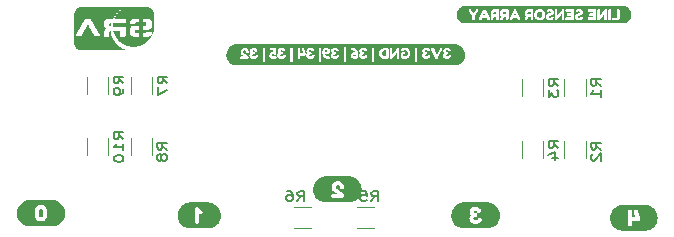
<source format=gbr>
%TF.GenerationSoftware,KiCad,Pcbnew,6.0.9-8da3e8f707~117~ubuntu22.04.1*%
%TF.CreationDate,2022-12-11T02:22:03+05:30*%
%TF.ProjectId,lsa,6c73612e-6b69-4636-9164-5f7063625858,rev?*%
%TF.SameCoordinates,Original*%
%TF.FileFunction,Legend,Bot*%
%TF.FilePolarity,Positive*%
%FSLAX46Y46*%
G04 Gerber Fmt 4.6, Leading zero omitted, Abs format (unit mm)*
G04 Created by KiCad (PCBNEW 6.0.9-8da3e8f707~117~ubuntu22.04.1) date 2022-12-11 02:22:03*
%MOMM*%
%LPD*%
G01*
G04 APERTURE LIST*
%ADD10C,0.150000*%
%ADD11C,0.120000*%
G04 APERTURE END LIST*
D10*
%TO.C,R8*%
X101861904Y-82433333D02*
X101480952Y-82100000D01*
X101861904Y-81861904D02*
X101061904Y-81861904D01*
X101061904Y-82242857D01*
X101100000Y-82338095D01*
X101138095Y-82385714D01*
X101214285Y-82433333D01*
X101328571Y-82433333D01*
X101404761Y-82385714D01*
X101442857Y-82338095D01*
X101480952Y-82242857D01*
X101480952Y-81861904D01*
X101404761Y-83004761D02*
X101366666Y-82909523D01*
X101328571Y-82861904D01*
X101252380Y-82814285D01*
X101214285Y-82814285D01*
X101138095Y-82861904D01*
X101100000Y-82909523D01*
X101061904Y-83004761D01*
X101061904Y-83195238D01*
X101100000Y-83290476D01*
X101138095Y-83338095D01*
X101214285Y-83385714D01*
X101252380Y-83385714D01*
X101328571Y-83338095D01*
X101366666Y-83290476D01*
X101404761Y-83195238D01*
X101404761Y-83004761D01*
X101442857Y-82909523D01*
X101480952Y-82861904D01*
X101557142Y-82814285D01*
X101709523Y-82814285D01*
X101785714Y-82861904D01*
X101823809Y-82909523D01*
X101861904Y-83004761D01*
X101861904Y-83195238D01*
X101823809Y-83290476D01*
X101785714Y-83338095D01*
X101709523Y-83385714D01*
X101557142Y-83385714D01*
X101480952Y-83338095D01*
X101442857Y-83290476D01*
X101404761Y-83195238D01*
%TO.C,R7*%
X101881904Y-76833333D02*
X101500952Y-76500000D01*
X101881904Y-76261904D02*
X101081904Y-76261904D01*
X101081904Y-76642857D01*
X101120000Y-76738095D01*
X101158095Y-76785714D01*
X101234285Y-76833333D01*
X101348571Y-76833333D01*
X101424761Y-76785714D01*
X101462857Y-76738095D01*
X101500952Y-76642857D01*
X101500952Y-76261904D01*
X101081904Y-77166666D02*
X101081904Y-77833333D01*
X101881904Y-77404761D01*
%TO.C,R2*%
X138581904Y-82433333D02*
X138200952Y-82100000D01*
X138581904Y-81861904D02*
X137781904Y-81861904D01*
X137781904Y-82242857D01*
X137820000Y-82338095D01*
X137858095Y-82385714D01*
X137934285Y-82433333D01*
X138048571Y-82433333D01*
X138124761Y-82385714D01*
X138162857Y-82338095D01*
X138200952Y-82242857D01*
X138200952Y-81861904D01*
X137858095Y-82814285D02*
X137820000Y-82861904D01*
X137781904Y-82957142D01*
X137781904Y-83195238D01*
X137820000Y-83290476D01*
X137858095Y-83338095D01*
X137934285Y-83385714D01*
X138010476Y-83385714D01*
X138124761Y-83338095D01*
X138581904Y-82766666D01*
X138581904Y-83385714D01*
%TO.C,R5*%
X119166666Y-86761904D02*
X119500000Y-86380952D01*
X119738095Y-86761904D02*
X119738095Y-85961904D01*
X119357142Y-85961904D01*
X119261904Y-86000000D01*
X119214285Y-86038095D01*
X119166666Y-86114285D01*
X119166666Y-86228571D01*
X119214285Y-86304761D01*
X119261904Y-86342857D01*
X119357142Y-86380952D01*
X119738095Y-86380952D01*
X118261904Y-85961904D02*
X118738095Y-85961904D01*
X118785714Y-86342857D01*
X118738095Y-86304761D01*
X118642857Y-86266666D01*
X118404761Y-86266666D01*
X118309523Y-86304761D01*
X118261904Y-86342857D01*
X118214285Y-86419047D01*
X118214285Y-86609523D01*
X118261904Y-86685714D01*
X118309523Y-86723809D01*
X118404761Y-86761904D01*
X118642857Y-86761904D01*
X118738095Y-86723809D01*
X118785714Y-86685714D01*
%TO.C,R9*%
X98181904Y-76833333D02*
X97800952Y-76500000D01*
X98181904Y-76261904D02*
X97381904Y-76261904D01*
X97381904Y-76642857D01*
X97420000Y-76738095D01*
X97458095Y-76785714D01*
X97534285Y-76833333D01*
X97648571Y-76833333D01*
X97724761Y-76785714D01*
X97762857Y-76738095D01*
X97800952Y-76642857D01*
X97800952Y-76261904D01*
X98181904Y-77309523D02*
X98181904Y-77500000D01*
X98143809Y-77595238D01*
X98105714Y-77642857D01*
X97991428Y-77738095D01*
X97839047Y-77785714D01*
X97534285Y-77785714D01*
X97458095Y-77738095D01*
X97420000Y-77690476D01*
X97381904Y-77595238D01*
X97381904Y-77404761D01*
X97420000Y-77309523D01*
X97458095Y-77261904D01*
X97534285Y-77214285D01*
X97724761Y-77214285D01*
X97800952Y-77261904D01*
X97839047Y-77309523D01*
X97877142Y-77404761D01*
X97877142Y-77595238D01*
X97839047Y-77690476D01*
X97800952Y-77738095D01*
X97724761Y-77785714D01*
%TO.C,R4*%
X134981904Y-82283333D02*
X134600952Y-81950000D01*
X134981904Y-81711904D02*
X134181904Y-81711904D01*
X134181904Y-82092857D01*
X134220000Y-82188095D01*
X134258095Y-82235714D01*
X134334285Y-82283333D01*
X134448571Y-82283333D01*
X134524761Y-82235714D01*
X134562857Y-82188095D01*
X134600952Y-82092857D01*
X134600952Y-81711904D01*
X134448571Y-83140476D02*
X134981904Y-83140476D01*
X134143809Y-82902380D02*
X134715238Y-82664285D01*
X134715238Y-83283333D01*
%TO.C,R3*%
X134981904Y-77033333D02*
X134600952Y-76700000D01*
X134981904Y-76461904D02*
X134181904Y-76461904D01*
X134181904Y-76842857D01*
X134220000Y-76938095D01*
X134258095Y-76985714D01*
X134334285Y-77033333D01*
X134448571Y-77033333D01*
X134524761Y-76985714D01*
X134562857Y-76938095D01*
X134600952Y-76842857D01*
X134600952Y-76461904D01*
X134181904Y-77366666D02*
X134181904Y-77985714D01*
X134486666Y-77652380D01*
X134486666Y-77795238D01*
X134524761Y-77890476D01*
X134562857Y-77938095D01*
X134639047Y-77985714D01*
X134829523Y-77985714D01*
X134905714Y-77938095D01*
X134943809Y-77890476D01*
X134981904Y-77795238D01*
X134981904Y-77509523D01*
X134943809Y-77414285D01*
X134905714Y-77366666D01*
%TO.C,R1*%
X138581904Y-77033333D02*
X138200952Y-76700000D01*
X138581904Y-76461904D02*
X137781904Y-76461904D01*
X137781904Y-76842857D01*
X137820000Y-76938095D01*
X137858095Y-76985714D01*
X137934285Y-77033333D01*
X138048571Y-77033333D01*
X138124761Y-76985714D01*
X138162857Y-76938095D01*
X138200952Y-76842857D01*
X138200952Y-76461904D01*
X138581904Y-77985714D02*
X138581904Y-77414285D01*
X138581904Y-77700000D02*
X137781904Y-77700000D01*
X137896190Y-77604761D01*
X137972380Y-77509523D01*
X138010476Y-77414285D01*
%TO.C,R6*%
X112916666Y-86761904D02*
X113250000Y-86380952D01*
X113488095Y-86761904D02*
X113488095Y-85961904D01*
X113107142Y-85961904D01*
X113011904Y-86000000D01*
X112964285Y-86038095D01*
X112916666Y-86114285D01*
X112916666Y-86228571D01*
X112964285Y-86304761D01*
X113011904Y-86342857D01*
X113107142Y-86380952D01*
X113488095Y-86380952D01*
X112059523Y-85961904D02*
X112250000Y-85961904D01*
X112345238Y-86000000D01*
X112392857Y-86038095D01*
X112488095Y-86152380D01*
X112535714Y-86304761D01*
X112535714Y-86609523D01*
X112488095Y-86685714D01*
X112440476Y-86723809D01*
X112345238Y-86761904D01*
X112154761Y-86761904D01*
X112059523Y-86723809D01*
X112011904Y-86685714D01*
X111964285Y-86609523D01*
X111964285Y-86419047D01*
X112011904Y-86342857D01*
X112059523Y-86304761D01*
X112154761Y-86266666D01*
X112345238Y-86266666D01*
X112440476Y-86304761D01*
X112488095Y-86342857D01*
X112535714Y-86419047D01*
%TO.C,R10*%
X98181904Y-81557142D02*
X97800952Y-81223809D01*
X98181904Y-80985714D02*
X97381904Y-80985714D01*
X97381904Y-81366666D01*
X97420000Y-81461904D01*
X97458095Y-81509523D01*
X97534285Y-81557142D01*
X97648571Y-81557142D01*
X97724761Y-81509523D01*
X97762857Y-81461904D01*
X97800952Y-81366666D01*
X97800952Y-80985714D01*
X98181904Y-82509523D02*
X98181904Y-81938095D01*
X98181904Y-82223809D02*
X97381904Y-82223809D01*
X97496190Y-82128571D01*
X97572380Y-82033333D01*
X97610476Y-81938095D01*
X97381904Y-83128571D02*
X97381904Y-83223809D01*
X97420000Y-83319047D01*
X97458095Y-83366666D01*
X97534285Y-83414285D01*
X97686666Y-83461904D01*
X97877142Y-83461904D01*
X98029523Y-83414285D01*
X98105714Y-83366666D01*
X98143809Y-83319047D01*
X98181904Y-83223809D01*
X98181904Y-83128571D01*
X98143809Y-83033333D01*
X98105714Y-82985714D01*
X98029523Y-82938095D01*
X97877142Y-82890476D01*
X97686666Y-82890476D01*
X97534285Y-82938095D01*
X97458095Y-82985714D01*
X97420000Y-83033333D01*
X97381904Y-83128571D01*
D11*
%TO.C,R8*%
X98790000Y-82927064D02*
X98790000Y-81472936D01*
X100610000Y-82927064D02*
X100610000Y-81472936D01*
%TO.C,kibuzzard-6394EC2D*%
G36*
X107710576Y-75298411D02*
G01*
X107622942Y-75285412D01*
X107537005Y-75263886D01*
X107453591Y-75234040D01*
X107373504Y-75196162D01*
X107297516Y-75150616D01*
X107226358Y-75097842D01*
X107160715Y-75038346D01*
X107101220Y-74972704D01*
X107068774Y-74928955D01*
X109962295Y-74928955D01*
X109971502Y-74997535D01*
X109999125Y-75030555D01*
X110049290Y-75038175D01*
X110099455Y-75030555D01*
X110126125Y-75003885D01*
X110135952Y-74928955D01*
X112325765Y-74928955D01*
X112334972Y-74997535D01*
X112362595Y-75030555D01*
X112412760Y-75038175D01*
X112462925Y-75030555D01*
X112489595Y-75003885D01*
X112499422Y-74928955D01*
X114767975Y-74928955D01*
X114777182Y-74997535D01*
X114804805Y-75030555D01*
X114854970Y-75038175D01*
X114905135Y-75030555D01*
X114931805Y-75003885D01*
X114941632Y-74928955D01*
X116848235Y-74928955D01*
X116857442Y-74997535D01*
X116885065Y-75030555D01*
X116935230Y-75038175D01*
X116985395Y-75030555D01*
X117012065Y-75003885D01*
X117021892Y-74928955D01*
X119249805Y-74928955D01*
X119259012Y-74997535D01*
X119286635Y-75030555D01*
X119336800Y-75038175D01*
X119386965Y-75030555D01*
X119413635Y-75003885D01*
X119423462Y-74928955D01*
X122883275Y-74928955D01*
X122892482Y-74997535D01*
X122920105Y-75030555D01*
X122970270Y-75038175D01*
X123020435Y-75030555D01*
X123047105Y-75003885D01*
X123057265Y-74926415D01*
X123057265Y-74447625D01*
X123461125Y-74447625D01*
X123472414Y-74532927D01*
X123506280Y-74607645D01*
X123562725Y-74671780D01*
X123636244Y-74720816D01*
X123721334Y-74750238D01*
X123817995Y-74760045D01*
X123913950Y-74750167D01*
X123998617Y-74720534D01*
X124071995Y-74671145D01*
X124107872Y-74631458D01*
X124139305Y-74580975D01*
X124153275Y-74547955D01*
X124155815Y-74535255D01*
X124169785Y-74466675D01*
X124138670Y-74411430D01*
X124045325Y-74393015D01*
X123978015Y-74405715D01*
X123939915Y-74471755D01*
X123870065Y-74532715D01*
X123816725Y-74540335D01*
X123758305Y-74533509D01*
X123717665Y-74513030D01*
X123685915Y-74451435D01*
X123717030Y-74391110D01*
X123790690Y-74365075D01*
X123848475Y-74362535D01*
X123881495Y-74349835D01*
X123907212Y-74317133D01*
X123915785Y-74252045D01*
X123904037Y-74181243D01*
X123868795Y-74146635D01*
X123802755Y-74140285D01*
X123730365Y-74127902D01*
X123706235Y-74090755D01*
X123731635Y-74039955D01*
X123802120Y-74015825D01*
X123873875Y-74031065D01*
X123906895Y-74061545D01*
X123914515Y-74076785D01*
X123950075Y-74124410D01*
X123998335Y-74140285D01*
X124068185Y-74117425D01*
X124115810Y-74077737D01*
X124131685Y-74032335D01*
X124102475Y-73945975D01*
X124075865Y-73907875D01*
X124220585Y-73907875D01*
X124239635Y-73968835D01*
X124590155Y-74680035D01*
X124632700Y-74725120D01*
X124691755Y-74742265D01*
X124704455Y-74742265D01*
X124764780Y-74725120D01*
X124807325Y-74680035D01*
X124921870Y-74447625D01*
X125227695Y-74447625D01*
X125238984Y-74532927D01*
X125272850Y-74607645D01*
X125329295Y-74671780D01*
X125402814Y-74720816D01*
X125487904Y-74750238D01*
X125584565Y-74760045D01*
X125680520Y-74750167D01*
X125765187Y-74720534D01*
X125838565Y-74671145D01*
X125874442Y-74631458D01*
X125905875Y-74580975D01*
X125919845Y-74547955D01*
X125922385Y-74535255D01*
X125936355Y-74466675D01*
X125905240Y-74411430D01*
X125811895Y-74393015D01*
X125744585Y-74405715D01*
X125706485Y-74471755D01*
X125636635Y-74532715D01*
X125583295Y-74540335D01*
X125524875Y-74533509D01*
X125484235Y-74513030D01*
X125452485Y-74451435D01*
X125483600Y-74391110D01*
X125557260Y-74365075D01*
X125615045Y-74362535D01*
X125648065Y-74349835D01*
X125673782Y-74317133D01*
X125682355Y-74252045D01*
X125670607Y-74181243D01*
X125635365Y-74146635D01*
X125569325Y-74140285D01*
X125496935Y-74127902D01*
X125472805Y-74090755D01*
X125498205Y-74039955D01*
X125568690Y-74015825D01*
X125640445Y-74031065D01*
X125673465Y-74061545D01*
X125681085Y-74076785D01*
X125716645Y-74124410D01*
X125764905Y-74140285D01*
X125834755Y-74117425D01*
X125882380Y-74077737D01*
X125898255Y-74032335D01*
X125869045Y-73945975D01*
X125841105Y-73905970D01*
X125788400Y-73855805D01*
X125704580Y-73816435D01*
X125647589Y-73803100D01*
X125584565Y-73798655D01*
X125487763Y-73808533D01*
X125405636Y-73838166D01*
X125338185Y-73887555D01*
X125288090Y-73949291D01*
X125258034Y-74015966D01*
X125248015Y-74087580D01*
X125259022Y-74154819D01*
X125292042Y-74208371D01*
X125347075Y-74248235D01*
X125347075Y-74257125D01*
X125309610Y-74284430D01*
X125269605Y-74325705D01*
X125238172Y-74382855D01*
X125227695Y-74447625D01*
X124921870Y-74447625D01*
X125157845Y-73968835D01*
X125176895Y-73907875D01*
X125158162Y-73865330D01*
X125101965Y-73826595D01*
X125037830Y-73805005D01*
X125004175Y-73810085D01*
X124982585Y-73827865D01*
X124961630Y-73861520D01*
X124944644Y-73897080D01*
X124912735Y-73966930D01*
X124871936Y-74056624D01*
X124828280Y-74151715D01*
X124784465Y-74246806D01*
X124743190Y-74336500D01*
X124711916Y-74404286D01*
X124698105Y-74433655D01*
X124444105Y-73877395D01*
X124426325Y-73839295D01*
X124370445Y-73805005D01*
X124295515Y-73826595D01*
X124239317Y-73865330D01*
X124220585Y-73907875D01*
X124075865Y-73907875D01*
X124074535Y-73905970D01*
X124021830Y-73855805D01*
X123938010Y-73816435D01*
X123881019Y-73803100D01*
X123817995Y-73798655D01*
X123721193Y-73808533D01*
X123639066Y-73838166D01*
X123571615Y-73887555D01*
X123521520Y-73949291D01*
X123491464Y-74015966D01*
X123481445Y-74087580D01*
X123492452Y-74154819D01*
X123525472Y-74208371D01*
X123580505Y-74248235D01*
X123580505Y-74257125D01*
X123543040Y-74284430D01*
X123503035Y-74325705D01*
X123471602Y-74382855D01*
X123461125Y-74447625D01*
X123057265Y-74447625D01*
X123057265Y-73871045D01*
X123048057Y-73802465D01*
X123020435Y-73769445D01*
X122970270Y-73761825D01*
X122920105Y-73769445D01*
X122893435Y-73796115D01*
X122883275Y-73872315D01*
X122883275Y-74928955D01*
X119423462Y-74928955D01*
X119423795Y-74926415D01*
X119423795Y-74271730D01*
X119827655Y-74271730D01*
X119836188Y-74365115D01*
X119861786Y-74451594D01*
X119904450Y-74531167D01*
X119964180Y-74603835D01*
X120036054Y-74664398D01*
X120115151Y-74707658D01*
X120201471Y-74733613D01*
X120295015Y-74742265D01*
X120527425Y-74742265D01*
X120590290Y-74734328D01*
X120623945Y-74710515D01*
X120638709Y-74631775D01*
X120740785Y-74631775D01*
X120742690Y-74676225D01*
X120754755Y-74709245D01*
X120788410Y-74734963D01*
X120853815Y-74743535D01*
X120922395Y-74735915D01*
X120954145Y-74711785D01*
X121043962Y-74592123D01*
X121122914Y-74487136D01*
X121191000Y-74396825D01*
X121248220Y-74321189D01*
X121294575Y-74260229D01*
X121330065Y-74213945D01*
X121330065Y-74631775D01*
X121331970Y-74676225D01*
X121344035Y-74709245D01*
X121377690Y-74734963D01*
X121443095Y-74743535D01*
X121506595Y-74734963D01*
X121539615Y-74709245D01*
X121551680Y-74674955D01*
X121553585Y-74630505D01*
X121553585Y-74568275D01*
X121655185Y-74568275D01*
X121690745Y-74645745D01*
X121750752Y-74694084D01*
X121824095Y-74728612D01*
X121910772Y-74749329D01*
X122010785Y-74756235D01*
X122102304Y-74747305D01*
X122187632Y-74720516D01*
X122266769Y-74675868D01*
X122339715Y-74613360D01*
X122400834Y-74538232D01*
X122444490Y-74455721D01*
X122470684Y-74365829D01*
X122479415Y-74268555D01*
X122470525Y-74171757D01*
X122443855Y-74083294D01*
X122399405Y-74003165D01*
X122337175Y-73931370D01*
X122262880Y-73872196D01*
X122182235Y-73829929D01*
X122095240Y-73804568D01*
X122001895Y-73796115D01*
X121903823Y-73807122D01*
X121809419Y-73840142D01*
X121718685Y-73895175D01*
X121684395Y-73951690D01*
X121713605Y-74023445D01*
X121760912Y-74073928D01*
X121803775Y-74090755D01*
X121881245Y-74055830D01*
X121939665Y-74029636D01*
X122008245Y-74020905D01*
X122099367Y-74037891D01*
X122179695Y-74088850D01*
X122235892Y-74167273D01*
X122254625Y-74266650D01*
X122246158Y-74336218D01*
X122220758Y-74398448D01*
X122178425Y-74453340D01*
X122097145Y-74510966D01*
X122005705Y-74530175D01*
X121939347Y-74524460D01*
X121879975Y-74507315D01*
X121879975Y-74368885D01*
X121980305Y-74368885D01*
X122036185Y-74358725D01*
X122057775Y-74328880D01*
X122062855Y-74275540D01*
X122057140Y-74221565D01*
X122036185Y-74193625D01*
X121975225Y-74182195D01*
X121751705Y-74182195D01*
X121667885Y-74217755D01*
X121655185Y-74288875D01*
X121655185Y-74568275D01*
X121553585Y-74568275D01*
X121553585Y-73921845D01*
X121541520Y-73851360D01*
X121505325Y-73821515D01*
X121443095Y-73813895D01*
X121382770Y-73820880D01*
X121351655Y-73836755D01*
X121322445Y-73869775D01*
X121238060Y-73984393D01*
X121163554Y-74085252D01*
X121098925Y-74172353D01*
X121044174Y-74245695D01*
X120999300Y-74305279D01*
X120964305Y-74351105D01*
X120964305Y-73921845D01*
X120952240Y-73851360D01*
X120916045Y-73821515D01*
X120855720Y-73813895D01*
X120797300Y-73820245D01*
X120764280Y-73835485D01*
X120748405Y-73862155D01*
X120740785Y-73926925D01*
X120740785Y-74631775D01*
X120638709Y-74631775D01*
X120639185Y-74629235D01*
X120639185Y-73923115D01*
X120637280Y-73878665D01*
X120625215Y-73845645D01*
X120591560Y-73819927D01*
X120526155Y-73811355D01*
X120291205Y-73812625D01*
X120201908Y-73820920D01*
X120118167Y-73845804D01*
X120039983Y-73887277D01*
X119967355Y-73945340D01*
X119906236Y-74015507D01*
X119862580Y-74093295D01*
X119836386Y-74178703D01*
X119827655Y-74271730D01*
X119423795Y-74271730D01*
X119423795Y-73871045D01*
X119414587Y-73802465D01*
X119386965Y-73769445D01*
X119336800Y-73761825D01*
X119286635Y-73769445D01*
X119259965Y-73796115D01*
X119249805Y-73872315D01*
X119249805Y-74928955D01*
X117021892Y-74928955D01*
X117022225Y-74926415D01*
X117022225Y-74459055D01*
X117426085Y-74459055D01*
X117436315Y-74539912D01*
X117467007Y-74611455D01*
X117518160Y-74673685D01*
X117583847Y-74721663D01*
X117658142Y-74750449D01*
X117741045Y-74760045D01*
X117842080Y-74748262D01*
X117925054Y-74712914D01*
X117989965Y-74654000D01*
X118036532Y-74576459D01*
X118064472Y-74485231D01*
X118067810Y-74447625D01*
X118137285Y-74447625D01*
X118148574Y-74532927D01*
X118182440Y-74607645D01*
X118238885Y-74671780D01*
X118312404Y-74720816D01*
X118397494Y-74750238D01*
X118494155Y-74760045D01*
X118590110Y-74750167D01*
X118674777Y-74720534D01*
X118748155Y-74671145D01*
X118784032Y-74631458D01*
X118815465Y-74580975D01*
X118829435Y-74547955D01*
X118831975Y-74535255D01*
X118845945Y-74466675D01*
X118814830Y-74411430D01*
X118721485Y-74393015D01*
X118654175Y-74405715D01*
X118616075Y-74471755D01*
X118546225Y-74532715D01*
X118492885Y-74540335D01*
X118434465Y-74533509D01*
X118393825Y-74513030D01*
X118362075Y-74451435D01*
X118393190Y-74391110D01*
X118466850Y-74365075D01*
X118524635Y-74362535D01*
X118557655Y-74349835D01*
X118583372Y-74317133D01*
X118591945Y-74252045D01*
X118580197Y-74181243D01*
X118544955Y-74146635D01*
X118478915Y-74140285D01*
X118406525Y-74127902D01*
X118382395Y-74090755D01*
X118407795Y-74039955D01*
X118478280Y-74015825D01*
X118550035Y-74031065D01*
X118583055Y-74061545D01*
X118590675Y-74076785D01*
X118626235Y-74124410D01*
X118674495Y-74140285D01*
X118744345Y-74117425D01*
X118791970Y-74077737D01*
X118807845Y-74032335D01*
X118778635Y-73945975D01*
X118750695Y-73905970D01*
X118697990Y-73855805D01*
X118614170Y-73816435D01*
X118557179Y-73803100D01*
X118494155Y-73798655D01*
X118397353Y-73808533D01*
X118315226Y-73838166D01*
X118247775Y-73887555D01*
X118197680Y-73949291D01*
X118167624Y-74015966D01*
X118157605Y-74087580D01*
X118168612Y-74154819D01*
X118201632Y-74208371D01*
X118256665Y-74248235D01*
X118256665Y-74257125D01*
X118219200Y-74284430D01*
X118179195Y-74325705D01*
X118147762Y-74382855D01*
X118137285Y-74447625D01*
X118067810Y-74447625D01*
X118073785Y-74380315D01*
X118068273Y-74286487D01*
X118051738Y-74199061D01*
X118024179Y-74118035D01*
X117985596Y-74043409D01*
X117935990Y-73975185D01*
X117876833Y-73916663D01*
X117809599Y-73871147D01*
X117734288Y-73838635D01*
X117650900Y-73819127D01*
X117559435Y-73812625D01*
X117488950Y-73824690D01*
X117459105Y-73860885D01*
X117451485Y-73921845D01*
X117457835Y-73980265D01*
X117473075Y-74013285D01*
X117498475Y-74029795D01*
X117572135Y-74037415D01*
X117673100Y-74055195D01*
X117749935Y-74098375D01*
X117795020Y-74147905D01*
X117818515Y-74192355D01*
X117824865Y-74210135D01*
X117730885Y-74188545D01*
X117651087Y-74197788D01*
X117579332Y-74225516D01*
X117515620Y-74271730D01*
X117465878Y-74329515D01*
X117436033Y-74391957D01*
X117426085Y-74459055D01*
X117022225Y-74459055D01*
X117022225Y-73871045D01*
X117013017Y-73802465D01*
X116985395Y-73769445D01*
X116935230Y-73761825D01*
X116885065Y-73769445D01*
X116858395Y-73796115D01*
X116848235Y-73872315D01*
X116848235Y-74928955D01*
X114941632Y-74928955D01*
X114941965Y-74926415D01*
X114941965Y-74177115D01*
X115024515Y-74177115D01*
X115030001Y-74270943D01*
X115046460Y-74358369D01*
X115073892Y-74439395D01*
X115112297Y-74514021D01*
X115161675Y-74582245D01*
X115220552Y-74640767D01*
X115287456Y-74686283D01*
X115362386Y-74718795D01*
X115445342Y-74738303D01*
X115536325Y-74744805D01*
X115543945Y-74744805D01*
X115612525Y-74732105D01*
X115639195Y-74696228D01*
X115648085Y-74631775D01*
X115636020Y-74561290D01*
X115599825Y-74527635D01*
X115526165Y-74520015D01*
X115425200Y-74502235D01*
X115349635Y-74459055D01*
X115339304Y-74447625D01*
X115735715Y-74447625D01*
X115747004Y-74532927D01*
X115780870Y-74607645D01*
X115837315Y-74671780D01*
X115910834Y-74720816D01*
X115995924Y-74750238D01*
X116092585Y-74760045D01*
X116188540Y-74750167D01*
X116273207Y-74720534D01*
X116346585Y-74671145D01*
X116382462Y-74631458D01*
X116413895Y-74580975D01*
X116427865Y-74547955D01*
X116430405Y-74535255D01*
X116444375Y-74466675D01*
X116413260Y-74411430D01*
X116319915Y-74393015D01*
X116252605Y-74405715D01*
X116214505Y-74471755D01*
X116144655Y-74532715D01*
X116091315Y-74540335D01*
X116032895Y-74533509D01*
X115992255Y-74513030D01*
X115960505Y-74451435D01*
X115991620Y-74391110D01*
X116065280Y-74365075D01*
X116123065Y-74362535D01*
X116156085Y-74349835D01*
X116181802Y-74317133D01*
X116190375Y-74252045D01*
X116178627Y-74181243D01*
X116143385Y-74146635D01*
X116077345Y-74140285D01*
X116004955Y-74127902D01*
X115980825Y-74090755D01*
X116006225Y-74039955D01*
X116076710Y-74015825D01*
X116148465Y-74031065D01*
X116181485Y-74061545D01*
X116189105Y-74076785D01*
X116224665Y-74124410D01*
X116272925Y-74140285D01*
X116342775Y-74117425D01*
X116390400Y-74077737D01*
X116406275Y-74032335D01*
X116377065Y-73945975D01*
X116349125Y-73905970D01*
X116296420Y-73855805D01*
X116212600Y-73816435D01*
X116155609Y-73803100D01*
X116092585Y-73798655D01*
X115995783Y-73808533D01*
X115913656Y-73838166D01*
X115846205Y-73887555D01*
X115796110Y-73949291D01*
X115766054Y-74015966D01*
X115756035Y-74087580D01*
X115767042Y-74154819D01*
X115800062Y-74208371D01*
X115855095Y-74248235D01*
X115855095Y-74257125D01*
X115817630Y-74284430D01*
X115777625Y-74325705D01*
X115746192Y-74382855D01*
X115735715Y-74447625D01*
X115339304Y-74447625D01*
X115304867Y-74409525D01*
X115279785Y-74365075D01*
X115273435Y-74347295D01*
X115368685Y-74368885D01*
X115447778Y-74359642D01*
X115519109Y-74331914D01*
X115582680Y-74285700D01*
X115632422Y-74227915D01*
X115662267Y-74165473D01*
X115672215Y-74098375D01*
X115662055Y-74017518D01*
X115631575Y-73945975D01*
X115580775Y-73883745D01*
X115515440Y-73835767D01*
X115441357Y-73806981D01*
X115358525Y-73797385D01*
X115256784Y-73809168D01*
X115173387Y-73844516D01*
X115108335Y-73903430D01*
X115061768Y-73980971D01*
X115033828Y-74072199D01*
X115024515Y-74177115D01*
X114941965Y-74177115D01*
X114941965Y-73871045D01*
X114932757Y-73802465D01*
X114905135Y-73769445D01*
X114854970Y-73761825D01*
X114804805Y-73769445D01*
X114778135Y-73796115D01*
X114767975Y-73872315D01*
X114767975Y-74928955D01*
X112499422Y-74928955D01*
X112499755Y-74926415D01*
X112499755Y-74630505D01*
X112922665Y-74630505D01*
X112934730Y-74703530D01*
X112971560Y-74734645D01*
X113033155Y-74742265D01*
X113091575Y-74735915D01*
X113124595Y-74720675D01*
X113141105Y-74695275D01*
X113148725Y-74629235D01*
X113148725Y-74474295D01*
X113492895Y-74474295D01*
X113563697Y-74462230D01*
X113577662Y-74447625D01*
X113655455Y-74447625D01*
X113666744Y-74532927D01*
X113700610Y-74607645D01*
X113757055Y-74671780D01*
X113830574Y-74720816D01*
X113915664Y-74750238D01*
X114012325Y-74760045D01*
X114108280Y-74750167D01*
X114192947Y-74720534D01*
X114266325Y-74671145D01*
X114302202Y-74631458D01*
X114333635Y-74580975D01*
X114347605Y-74547955D01*
X114350145Y-74535255D01*
X114364115Y-74466675D01*
X114333000Y-74411430D01*
X114239655Y-74393015D01*
X114172345Y-74405715D01*
X114134245Y-74471755D01*
X114064395Y-74532715D01*
X114011055Y-74540335D01*
X113952635Y-74533509D01*
X113911995Y-74513030D01*
X113880245Y-74451435D01*
X113911360Y-74391110D01*
X113985020Y-74365075D01*
X114042805Y-74362535D01*
X114075825Y-74349835D01*
X114101542Y-74317133D01*
X114110115Y-74252045D01*
X114098367Y-74181243D01*
X114063125Y-74146635D01*
X113997085Y-74140285D01*
X113924695Y-74127902D01*
X113900565Y-74090755D01*
X113925965Y-74039955D01*
X113996450Y-74015825D01*
X114068205Y-74031065D01*
X114101225Y-74061545D01*
X114108845Y-74076785D01*
X114144405Y-74124410D01*
X114192665Y-74140285D01*
X114262515Y-74117425D01*
X114310140Y-74077737D01*
X114326015Y-74032335D01*
X114296805Y-73945975D01*
X114268865Y-73905970D01*
X114216160Y-73855805D01*
X114132340Y-73816435D01*
X114075349Y-73803100D01*
X114012325Y-73798655D01*
X113915523Y-73808533D01*
X113833396Y-73838166D01*
X113765945Y-73887555D01*
X113715850Y-73949291D01*
X113685794Y-74015966D01*
X113675775Y-74087580D01*
X113686782Y-74154819D01*
X113719802Y-74208371D01*
X113774835Y-74248235D01*
X113774835Y-74257125D01*
X113737370Y-74284430D01*
X113697365Y-74325705D01*
X113665932Y-74382855D01*
X113655455Y-74447625D01*
X113577662Y-74447625D01*
X113598305Y-74426035D01*
X113604655Y-74371425D01*
X113600845Y-74320625D01*
X113495435Y-73895175D01*
X113482100Y-73850725D01*
X113459240Y-73821515D01*
X113415425Y-73807545D01*
X113357005Y-73816435D01*
X113290330Y-73848820D01*
X113268105Y-73897715D01*
X113276995Y-73951055D01*
X113278265Y-73954865D01*
X113355735Y-74264745D01*
X113148725Y-74264745D01*
X113148725Y-73918035D01*
X113146820Y-73874855D01*
X113134755Y-73843105D01*
X113099830Y-73818340D01*
X113035060Y-73811355D01*
X112970925Y-73819610D01*
X112936635Y-73846280D01*
X112924570Y-73879935D01*
X112922665Y-73924385D01*
X112922665Y-74630505D01*
X112499755Y-74630505D01*
X112499755Y-73871045D01*
X112490547Y-73802465D01*
X112462925Y-73769445D01*
X112412760Y-73761825D01*
X112362595Y-73769445D01*
X112335925Y-73796115D01*
X112325765Y-73872315D01*
X112325765Y-74928955D01*
X110135952Y-74928955D01*
X110136285Y-74926415D01*
X110136285Y-74440640D01*
X110540145Y-74440640D01*
X110550305Y-74524178D01*
X110580785Y-74599531D01*
X110631585Y-74666700D01*
X110697484Y-74719264D01*
X110773260Y-74750802D01*
X110858915Y-74761315D01*
X110935115Y-74754683D01*
X111006235Y-74734786D01*
X111072275Y-74701625D01*
X111104025Y-74677495D01*
X111114185Y-74668605D01*
X111162445Y-74592405D01*
X111115455Y-74509855D01*
X111041795Y-74467945D01*
X110956705Y-74508585D01*
X110877330Y-74535255D01*
X110793510Y-74511125D01*
X110767505Y-74447625D01*
X111213245Y-74447625D01*
X111224534Y-74532927D01*
X111258400Y-74607645D01*
X111314845Y-74671780D01*
X111388364Y-74720816D01*
X111473454Y-74750238D01*
X111570115Y-74760045D01*
X111666070Y-74750167D01*
X111750737Y-74720534D01*
X111824115Y-74671145D01*
X111859992Y-74631458D01*
X111891425Y-74580975D01*
X111905395Y-74547955D01*
X111907935Y-74535255D01*
X111921905Y-74466675D01*
X111890790Y-74411430D01*
X111797445Y-74393015D01*
X111730135Y-74405715D01*
X111692035Y-74471755D01*
X111622185Y-74532715D01*
X111568845Y-74540335D01*
X111510425Y-74533509D01*
X111469785Y-74513030D01*
X111438035Y-74451435D01*
X111469150Y-74391110D01*
X111542810Y-74365075D01*
X111600595Y-74362535D01*
X111633615Y-74349835D01*
X111659332Y-74317133D01*
X111667905Y-74252045D01*
X111656157Y-74181243D01*
X111620915Y-74146635D01*
X111554875Y-74140285D01*
X111482485Y-74127902D01*
X111458355Y-74090755D01*
X111483755Y-74039955D01*
X111554240Y-74015825D01*
X111625995Y-74031065D01*
X111659015Y-74061545D01*
X111666635Y-74076785D01*
X111702195Y-74124410D01*
X111750455Y-74140285D01*
X111820305Y-74117425D01*
X111867930Y-74077737D01*
X111883805Y-74032335D01*
X111854595Y-73945975D01*
X111826655Y-73905970D01*
X111773950Y-73855805D01*
X111690130Y-73816435D01*
X111633139Y-73803100D01*
X111570115Y-73798655D01*
X111473313Y-73808533D01*
X111391186Y-73838166D01*
X111323735Y-73887555D01*
X111273640Y-73949291D01*
X111243584Y-74015966D01*
X111233565Y-74087580D01*
X111244572Y-74154819D01*
X111277592Y-74208371D01*
X111332625Y-74248235D01*
X111332625Y-74257125D01*
X111295160Y-74284430D01*
X111255155Y-74325705D01*
X111223722Y-74382855D01*
X111213245Y-74447625D01*
X110767505Y-74447625D01*
X110766205Y-74444450D01*
X110796050Y-74377140D01*
X110863995Y-74352375D01*
X110924955Y-74375235D01*
X110994170Y-74404445D01*
X111074180Y-74380315D01*
X111133235Y-74341580D01*
X111147205Y-74310465D01*
X111140855Y-74251092D01*
X111121805Y-74105995D01*
X111102437Y-73963120D01*
X111095135Y-73910415D01*
X111086245Y-73883745D01*
X111067830Y-73849455D01*
X111034810Y-73822150D01*
X110983375Y-73810085D01*
X110790335Y-73811355D01*
X110670955Y-73811355D01*
X110626505Y-73813260D01*
X110593485Y-73825325D01*
X110567767Y-73859615D01*
X110559195Y-73926925D01*
X110567132Y-73988202D01*
X110590945Y-74019635D01*
X110622060Y-74031700D01*
X110663335Y-74033605D01*
X110885585Y-74033605D01*
X110898285Y-74130125D01*
X110853835Y-74127585D01*
X110776083Y-74137674D01*
X110703693Y-74167943D01*
X110636665Y-74218390D01*
X110583043Y-74283442D01*
X110550869Y-74357526D01*
X110540145Y-74440640D01*
X110136285Y-74440640D01*
X110136285Y-73871045D01*
X110127077Y-73802465D01*
X110099455Y-73769445D01*
X110049290Y-73761825D01*
X109999125Y-73769445D01*
X109972455Y-73796115D01*
X109962295Y-73872315D01*
X109962295Y-74928955D01*
X107068774Y-74928955D01*
X107048446Y-74901546D01*
X107002900Y-74825557D01*
X106965022Y-74745471D01*
X106935176Y-74662057D01*
X106928068Y-74633680D01*
X108063645Y-74633680D01*
X108071900Y-74697815D01*
X108099205Y-74730835D01*
X108177945Y-74746075D01*
X108674515Y-74746075D01*
X108753255Y-74711785D01*
X108786275Y-74631775D01*
X108774369Y-74565894D01*
X108738650Y-74505410D01*
X108686104Y-74451753D01*
X108680432Y-74447625D01*
X108849775Y-74447625D01*
X108861064Y-74532927D01*
X108894930Y-74607645D01*
X108951375Y-74671780D01*
X109024894Y-74720816D01*
X109109984Y-74750238D01*
X109206645Y-74760045D01*
X109302600Y-74750167D01*
X109387267Y-74720534D01*
X109460645Y-74671145D01*
X109496522Y-74631458D01*
X109527955Y-74580975D01*
X109541925Y-74547955D01*
X109544465Y-74535255D01*
X109558435Y-74466675D01*
X109527320Y-74411430D01*
X109433975Y-74393015D01*
X109366665Y-74405715D01*
X109328565Y-74471755D01*
X109258715Y-74532715D01*
X109205375Y-74540335D01*
X109146955Y-74533509D01*
X109106315Y-74513030D01*
X109074565Y-74451435D01*
X109105680Y-74391110D01*
X109179340Y-74365075D01*
X109237125Y-74362535D01*
X109270145Y-74349835D01*
X109295862Y-74317133D01*
X109304435Y-74252045D01*
X109292687Y-74181243D01*
X109257445Y-74146635D01*
X109191405Y-74140285D01*
X109119015Y-74127902D01*
X109094885Y-74090755D01*
X109120285Y-74039955D01*
X109190770Y-74015825D01*
X109262525Y-74031065D01*
X109295545Y-74061545D01*
X109303165Y-74076785D01*
X109338725Y-74124410D01*
X109386985Y-74140285D01*
X109456835Y-74117425D01*
X109504460Y-74077737D01*
X109520335Y-74032335D01*
X109491125Y-73945975D01*
X109463185Y-73905970D01*
X109410480Y-73855805D01*
X109326660Y-73816435D01*
X109269669Y-73803100D01*
X109206645Y-73798655D01*
X109109843Y-73808533D01*
X109027716Y-73838166D01*
X108960265Y-73887555D01*
X108910170Y-73949291D01*
X108880114Y-74015966D01*
X108870095Y-74087580D01*
X108881102Y-74154819D01*
X108914122Y-74208371D01*
X108969155Y-74248235D01*
X108969155Y-74257125D01*
X108931690Y-74284430D01*
X108891685Y-74325705D01*
X108860252Y-74382855D01*
X108849775Y-74447625D01*
X108680432Y-74447625D01*
X108623715Y-74406350D01*
X108556405Y-74365392D01*
X108489095Y-74325070D01*
X108426706Y-74282366D01*
X108374160Y-74234265D01*
X108338441Y-74181878D01*
X108326535Y-74126315D01*
X108335425Y-74093930D01*
X108355110Y-74059640D01*
X108388765Y-74034875D01*
X108452265Y-74023445D01*
X108522750Y-74053290D01*
X108556405Y-74112345D01*
X108561485Y-74141555D01*
X108561485Y-74149175D01*
X108563390Y-74191085D01*
X108575455Y-74222835D01*
X108609745Y-74245695D01*
X108674515Y-74253315D01*
X108745317Y-74241250D01*
X108779925Y-74205055D01*
X108786275Y-74140285D01*
X108775762Y-74055266D01*
X108744224Y-73976314D01*
X108691660Y-73903430D01*
X108622092Y-73845222D01*
X108539542Y-73810297D01*
X108444010Y-73798655D01*
X108348407Y-73810438D01*
X108265645Y-73845786D01*
X108195725Y-73904700D01*
X108142808Y-73978713D01*
X108111058Y-74059358D01*
X108100475Y-74146635D01*
X108108412Y-74217120D01*
X108132225Y-74283795D01*
X108167150Y-74342215D01*
X108208425Y-74387935D01*
X108297325Y-74458103D01*
X108376065Y-74500965D01*
X108407815Y-74513665D01*
X108407815Y-74520015D01*
X108175405Y-74520015D01*
X108101110Y-74532080D01*
X108071265Y-74568910D01*
X108063645Y-74633680D01*
X106928068Y-74633680D01*
X106913650Y-74576119D01*
X106900650Y-74488486D01*
X106896303Y-74400000D01*
X106900650Y-74311514D01*
X106913650Y-74223881D01*
X106935176Y-74137943D01*
X106965022Y-74054529D01*
X107002900Y-73974443D01*
X107048446Y-73898454D01*
X107101220Y-73827296D01*
X107160715Y-73761654D01*
X107226358Y-73702158D01*
X107297516Y-73649384D01*
X107373504Y-73603838D01*
X107453591Y-73565960D01*
X107537005Y-73536114D01*
X107622942Y-73514588D01*
X107710576Y-73501589D01*
X107799062Y-73497242D01*
X126200938Y-73497242D01*
X126289424Y-73501589D01*
X126377058Y-73514588D01*
X126462995Y-73536114D01*
X126546409Y-73565960D01*
X126626496Y-73603838D01*
X126702484Y-73649384D01*
X126773642Y-73702158D01*
X126839285Y-73761653D01*
X126898780Y-73827296D01*
X126951554Y-73898454D01*
X126997100Y-73974443D01*
X127034978Y-74054529D01*
X127064824Y-74137943D01*
X127086350Y-74223881D01*
X127099350Y-74311514D01*
X127103697Y-74400000D01*
X127099350Y-74488486D01*
X127086350Y-74576119D01*
X127064824Y-74662057D01*
X127034978Y-74745471D01*
X126997100Y-74825557D01*
X126951554Y-74901546D01*
X126898780Y-74972704D01*
X126839285Y-75038347D01*
X126773642Y-75097842D01*
X126702484Y-75150616D01*
X126626496Y-75196162D01*
X126546409Y-75234040D01*
X126462995Y-75263886D01*
X126377058Y-75285412D01*
X126289424Y-75298411D01*
X126200938Y-75302758D01*
X107799062Y-75302758D01*
X107710576Y-75298411D01*
G37*
G36*
X120414395Y-74517475D02*
G01*
X120291205Y-74517475D01*
X120204210Y-74500489D01*
X120126105Y-74449530D01*
X120070860Y-74372854D01*
X120052445Y-74278715D01*
X120070384Y-74184259D01*
X120124200Y-74106630D01*
X120202146Y-74054719D01*
X120292475Y-74037415D01*
X120414395Y-74037415D01*
X120414395Y-74517475D01*
G37*
G36*
X115426787Y-74026937D02*
G01*
X115451235Y-74090755D01*
X115429010Y-74145365D01*
X115357255Y-74170765D01*
X115281690Y-74147270D01*
X115255655Y-74100280D01*
X115258830Y-74063450D01*
X115272165Y-74034875D01*
X115353445Y-74005665D01*
X115426787Y-74026937D01*
G37*
G36*
X117816610Y-74410160D02*
G01*
X117842645Y-74457785D01*
X117839470Y-74494615D01*
X117827405Y-74522555D01*
X117746125Y-74551765D01*
X117672782Y-74530493D01*
X117648335Y-74466675D01*
X117670560Y-74412065D01*
X117741680Y-74386665D01*
X117816610Y-74410160D01*
G37*
%TO.C,R7*%
X100610000Y-77727064D02*
X100610000Y-76272936D01*
X98790000Y-77727064D02*
X98790000Y-76272936D01*
%TO.C,R2*%
X137310000Y-83127064D02*
X137310000Y-81672936D01*
X135490000Y-83127064D02*
X135490000Y-81672936D01*
%TO.C,G\u002A\u002A\u002A*%
G36*
X100782519Y-71885348D02*
G01*
X100782435Y-71932567D01*
X100782338Y-71977438D01*
X100782230Y-72019637D01*
X100782110Y-72058842D01*
X100781979Y-72094728D01*
X100781835Y-72126973D01*
X100781679Y-72155253D01*
X100781512Y-72179245D01*
X100781333Y-72198624D01*
X100781141Y-72213069D01*
X100780938Y-72222255D01*
X100779054Y-72280407D01*
X100746379Y-72280407D01*
X100744506Y-72311006D01*
X100744108Y-72318051D01*
X100743353Y-72334890D01*
X100742830Y-72351496D01*
X100742634Y-72365121D01*
X100742591Y-72370822D01*
X100742234Y-72386155D01*
X100741592Y-72403209D01*
X100740762Y-72419236D01*
X100738890Y-72449836D01*
X100706168Y-72449836D01*
X100706127Y-72450450D01*
X100704314Y-72477834D01*
X100704052Y-72482090D01*
X100703238Y-72499476D01*
X100702666Y-72518251D01*
X100702445Y-72535033D01*
X100702372Y-72543365D01*
X100702014Y-72555130D01*
X100701427Y-72564090D01*
X100700688Y-72568775D01*
X100698445Y-72571301D01*
X100692699Y-72572862D01*
X100682432Y-72573318D01*
X100665920Y-72573318D01*
X100664101Y-72601317D01*
X100663716Y-72607277D01*
X100662612Y-72624620D01*
X100661439Y-72643299D01*
X100660396Y-72660186D01*
X100658510Y-72691057D01*
X100622177Y-72691057D01*
X100621382Y-72733414D01*
X100620588Y-72775771D01*
X100582544Y-72777453D01*
X100580479Y-72817533D01*
X100578414Y-72857614D01*
X100536125Y-72857614D01*
X100535281Y-72878434D01*
X100534437Y-72899253D01*
X100499173Y-72900947D01*
X100496704Y-72938868D01*
X100494234Y-72976789D01*
X100455466Y-72978487D01*
X100455466Y-73018166D01*
X100436082Y-73019015D01*
X100416699Y-73019864D01*
X100414111Y-73060785D01*
X100411523Y-73101707D01*
X100395301Y-73101707D01*
X100388516Y-73101997D01*
X100380259Y-73103248D01*
X100375634Y-73105153D01*
X100374219Y-73108031D01*
X100372755Y-73115495D01*
X100372188Y-73125117D01*
X100372188Y-73141636D01*
X100336292Y-73143346D01*
X100333420Y-73183550D01*
X100314164Y-73184396D01*
X100294909Y-73185242D01*
X100294063Y-73204498D01*
X100293216Y-73223753D01*
X100273833Y-73224602D01*
X100254449Y-73225451D01*
X100254449Y-73262521D01*
X100236357Y-73262521D01*
X100228078Y-73262852D01*
X100219488Y-73264088D01*
X100214820Y-73265967D01*
X100213416Y-73268804D01*
X100211944Y-73276243D01*
X100211373Y-73285842D01*
X100211373Y-73302270D01*
X100190554Y-73303877D01*
X100179536Y-73304752D01*
X100164077Y-73306034D01*
X100150481Y-73307215D01*
X100131228Y-73308946D01*
X100130379Y-73326655D01*
X100129531Y-73344364D01*
X100109429Y-73345799D01*
X100089327Y-73347235D01*
X100088481Y-73366496D01*
X100087635Y-73385756D01*
X100066943Y-73386598D01*
X100046252Y-73387439D01*
X100044558Y-73422703D01*
X100006638Y-73425172D01*
X99968717Y-73427642D01*
X99967281Y-73449180D01*
X99965845Y-73470717D01*
X99890003Y-73475657D01*
X99889156Y-73493289D01*
X99888310Y-73510921D01*
X99845234Y-73513793D01*
X99844391Y-73531310D01*
X99843547Y-73548828D01*
X99809931Y-73550717D01*
X99799873Y-73551295D01*
X99781926Y-73552372D01*
X99764370Y-73553474D01*
X99749877Y-73554434D01*
X99723441Y-73556262D01*
X99722596Y-73573795D01*
X99721752Y-73591328D01*
X99680831Y-73592125D01*
X99639909Y-73592921D01*
X99639909Y-73630096D01*
X99624833Y-73630485D01*
X99621558Y-73630578D01*
X99611137Y-73630916D01*
X99597086Y-73631405D01*
X99580835Y-73631996D01*
X99563810Y-73632638D01*
X99517863Y-73634403D01*
X99517019Y-73651922D01*
X99516175Y-73669442D01*
X99485702Y-73671306D01*
X99483863Y-73671414D01*
X99468568Y-73672102D01*
X99450024Y-73672663D01*
X99430404Y-73673043D01*
X99411882Y-73673186D01*
X99408796Y-73673191D01*
X99390309Y-73673376D01*
X99371400Y-73673785D01*
X99354124Y-73674362D01*
X99340537Y-73675055D01*
X99312538Y-73676909D01*
X99312538Y-73709625D01*
X99280232Y-73711487D01*
X99272169Y-73711786D01*
X99258864Y-73712072D01*
X99240872Y-73712339D01*
X99218725Y-73712584D01*
X99192952Y-73712801D01*
X99164082Y-73712987D01*
X99132646Y-73713139D01*
X99099174Y-73713253D01*
X99064196Y-73713324D01*
X99028242Y-73713348D01*
X98992465Y-73713324D01*
X98957481Y-73713253D01*
X98924000Y-73713140D01*
X98892553Y-73712988D01*
X98863669Y-73712802D01*
X98837879Y-73712585D01*
X98815712Y-73712341D01*
X98797698Y-73712074D01*
X98784369Y-73711788D01*
X98776252Y-73711487D01*
X98743946Y-73709625D01*
X98743946Y-73676920D01*
X98711639Y-73675058D01*
X98697763Y-73674403D01*
X98678654Y-73673775D01*
X98658637Y-73673346D01*
X98640294Y-73673184D01*
X98624236Y-73673054D01*
X98604792Y-73672654D01*
X98586151Y-73672049D01*
X98570782Y-73671306D01*
X98540308Y-73669442D01*
X98539464Y-73651922D01*
X98538621Y-73634403D01*
X98492674Y-73632638D01*
X98484553Y-73632329D01*
X98467718Y-73631705D01*
X98452337Y-73631156D01*
X98439839Y-73630733D01*
X98431650Y-73630485D01*
X98416574Y-73630096D01*
X98416574Y-73592913D01*
X98372781Y-73592121D01*
X98328988Y-73591328D01*
X98328133Y-73573380D01*
X98327539Y-73564140D01*
X98326468Y-73558435D01*
X98324447Y-73555973D01*
X98320954Y-73555449D01*
X98317309Y-73555326D01*
X98308529Y-73554873D01*
X98295970Y-73554145D01*
X98280698Y-73553204D01*
X98263782Y-73552112D01*
X98212935Y-73548758D01*
X98212092Y-73531275D01*
X98211249Y-73513793D01*
X98189712Y-73512357D01*
X98168174Y-73510921D01*
X98166480Y-73475657D01*
X98128560Y-73473187D01*
X98090639Y-73470717D01*
X98089203Y-73449180D01*
X98087767Y-73427642D01*
X98049846Y-73425172D01*
X98011925Y-73422703D01*
X98011078Y-73405071D01*
X98010232Y-73387439D01*
X97963106Y-73385775D01*
X97962260Y-73366505D01*
X97961413Y-73347235D01*
X97941311Y-73345799D01*
X97921210Y-73344364D01*
X97919512Y-73308946D01*
X97900977Y-73307271D01*
X97892809Y-73306533D01*
X97877635Y-73305164D01*
X97863776Y-73303915D01*
X97845110Y-73302234D01*
X97845110Y-73285823D01*
X97844810Y-73278848D01*
X97843559Y-73270583D01*
X97841664Y-73265967D01*
X97838411Y-73264453D01*
X97830522Y-73263052D01*
X97820126Y-73262521D01*
X97802035Y-73262521D01*
X97802035Y-73225451D01*
X97763267Y-73223753D01*
X97762421Y-73204498D01*
X97761575Y-73185242D01*
X97742319Y-73184396D01*
X97723064Y-73183550D01*
X97720192Y-73143346D01*
X97684296Y-73141636D01*
X97684296Y-73125117D01*
X97683991Y-73118033D01*
X97682739Y-73109763D01*
X97680850Y-73105153D01*
X97678105Y-73103773D01*
X97670725Y-73102285D01*
X97661182Y-73101707D01*
X97644960Y-73101707D01*
X97642373Y-73060785D01*
X97639785Y-73019864D01*
X97617530Y-73019025D01*
X97595274Y-73018186D01*
X97595274Y-72978487D01*
X97556506Y-72976789D01*
X97554037Y-72938868D01*
X97551567Y-72900947D01*
X97516303Y-72899253D01*
X97515459Y-72878434D01*
X97514615Y-72857614D01*
X97478250Y-72857614D01*
X97475739Y-72818128D01*
X97473228Y-72778643D01*
X97435896Y-72775771D01*
X97434306Y-72691057D01*
X97397931Y-72691057D01*
X97390597Y-72573571D01*
X97373043Y-72572727D01*
X97355489Y-72571882D01*
X97353724Y-72525935D01*
X97353405Y-72517583D01*
X97352784Y-72500993D01*
X97352238Y-72486004D01*
X97351817Y-72473996D01*
X97351570Y-72466348D01*
X97351181Y-72452707D01*
X97316721Y-72452707D01*
X97316721Y-72410283D01*
X97392103Y-72408347D01*
X97406291Y-72408061D01*
X97426372Y-72407794D01*
X97450943Y-72407568D01*
X97479358Y-72407384D01*
X97510969Y-72407245D01*
X97545130Y-72407153D01*
X97581195Y-72407111D01*
X97618517Y-72407121D01*
X97656450Y-72407184D01*
X97694347Y-72407303D01*
X97921210Y-72408196D01*
X97922645Y-72649898D01*
X97922800Y-72673887D01*
X97923074Y-72709641D01*
X97923387Y-72743473D01*
X97923732Y-72774958D01*
X97924101Y-72803673D01*
X97924489Y-72829192D01*
X97924889Y-72851091D01*
X97925294Y-72868944D01*
X97925697Y-72882329D01*
X97926092Y-72890819D01*
X97926473Y-72893990D01*
X97928224Y-72894278D01*
X97935270Y-72894661D01*
X97947257Y-72895020D01*
X97963720Y-72895348D01*
X97984191Y-72895641D01*
X98008205Y-72895893D01*
X98035295Y-72896099D01*
X98064996Y-72896252D01*
X98096840Y-72896348D01*
X98130362Y-72896382D01*
X98331860Y-72896382D01*
X98333552Y-72857860D01*
X98354051Y-72857019D01*
X98374549Y-72856178D01*
X98373927Y-72519294D01*
X98742131Y-72519294D01*
X98742133Y-72549712D01*
X98742183Y-72577714D01*
X98742282Y-72602753D01*
X98742433Y-72624282D01*
X98742640Y-72641754D01*
X98742903Y-72654622D01*
X98743227Y-72662340D01*
X98745381Y-72692492D01*
X98762951Y-72693338D01*
X98780521Y-72694183D01*
X98785585Y-72775771D01*
X98804840Y-72776617D01*
X98824096Y-72777464D01*
X98824942Y-72796719D01*
X98825788Y-72815975D01*
X98904760Y-72820997D01*
X98904760Y-72857456D01*
X98986602Y-72859050D01*
X98988290Y-72894096D01*
X99016163Y-72895942D01*
X99022863Y-72896233D01*
X99034875Y-72896525D01*
X99051237Y-72896786D01*
X99071444Y-72897016D01*
X99094992Y-72897215D01*
X99121375Y-72897384D01*
X99150090Y-72897521D01*
X99180631Y-72897628D01*
X99212494Y-72897703D01*
X99245174Y-72897748D01*
X99278167Y-72897762D01*
X99310967Y-72897746D01*
X99343071Y-72897699D01*
X99373974Y-72897621D01*
X99403170Y-72897513D01*
X99430156Y-72897374D01*
X99454426Y-72897205D01*
X99475476Y-72897005D01*
X99492802Y-72896775D01*
X99505898Y-72896515D01*
X99514261Y-72896224D01*
X99517384Y-72895903D01*
X99517634Y-72894282D01*
X99517974Y-72887437D01*
X99518289Y-72875733D01*
X99518572Y-72859692D01*
X99518817Y-72839833D01*
X99519019Y-72816679D01*
X99519170Y-72790750D01*
X99519266Y-72762568D01*
X99519299Y-72732654D01*
X99519299Y-72718267D01*
X99800088Y-72718267D01*
X99800154Y-72759756D01*
X99800299Y-72806006D01*
X99800521Y-72856896D01*
X99800723Y-72897817D01*
X100046970Y-72897255D01*
X100072089Y-72897193D01*
X100108879Y-72897083D01*
X100144064Y-72896958D01*
X100177185Y-72896818D01*
X100207782Y-72896668D01*
X100235394Y-72896509D01*
X100259563Y-72896345D01*
X100279828Y-72896178D01*
X100295729Y-72896011D01*
X100306806Y-72895847D01*
X100312600Y-72895688D01*
X100331984Y-72894683D01*
X100331984Y-72877639D01*
X100331976Y-72874417D01*
X100332157Y-72868063D01*
X100333266Y-72863560D01*
X100336105Y-72860568D01*
X100341476Y-72858745D01*
X100350182Y-72857750D01*
X100363023Y-72857242D01*
X100380803Y-72856881D01*
X100416699Y-72856178D01*
X100417545Y-72838546D01*
X100418392Y-72820914D01*
X100456313Y-72818444D01*
X100494234Y-72815975D01*
X100495932Y-72777207D01*
X100535276Y-72777207D01*
X100537352Y-72735687D01*
X100539427Y-72694166D01*
X100559906Y-72693329D01*
X100580384Y-72692492D01*
X100581882Y-72450450D01*
X100535186Y-72448524D01*
X100524191Y-72448196D01*
X100507844Y-72447924D01*
X100487549Y-72447734D01*
X100463952Y-72447623D01*
X100437698Y-72447586D01*
X100409434Y-72447618D01*
X100379807Y-72447715D01*
X100349461Y-72447872D01*
X100319044Y-72448085D01*
X100289201Y-72448349D01*
X100260579Y-72448660D01*
X100233824Y-72449012D01*
X100209581Y-72449402D01*
X100188497Y-72449824D01*
X100171218Y-72450275D01*
X100158391Y-72450750D01*
X100150660Y-72451243D01*
X100131586Y-72453170D01*
X100129123Y-72490988D01*
X100126659Y-72528807D01*
X100087173Y-72531318D01*
X100047688Y-72533829D01*
X100047688Y-72567574D01*
X99925811Y-72567574D01*
X99901869Y-72567599D01*
X99873810Y-72567715D01*
X99850907Y-72567936D01*
X99832821Y-72568270D01*
X99819212Y-72568727D01*
X99809742Y-72569316D01*
X99804072Y-72570046D01*
X99801862Y-72570927D01*
X99801761Y-72571205D01*
X99801297Y-72576015D01*
X99800907Y-72586424D01*
X99800592Y-72602313D01*
X99800352Y-72623561D01*
X99800187Y-72650050D01*
X99800099Y-72681658D01*
X99800088Y-72718267D01*
X99519299Y-72718267D01*
X99519299Y-72571319D01*
X99488700Y-72569447D01*
X99485463Y-72569273D01*
X99472994Y-72568818D01*
X99456154Y-72568411D01*
X99435948Y-72568068D01*
X99413386Y-72567804D01*
X99389473Y-72567634D01*
X99365217Y-72567574D01*
X99272334Y-72567574D01*
X99272334Y-72533586D01*
X99252233Y-72531914D01*
X99242233Y-72531081D01*
X99226535Y-72529769D01*
X99212420Y-72528586D01*
X99192709Y-72526930D01*
X99191287Y-72477684D01*
X99191085Y-72469473D01*
X99190778Y-72446960D01*
X99190712Y-72422222D01*
X99190887Y-72397731D01*
X99191304Y-72375960D01*
X99192742Y-72323482D01*
X99231869Y-72323482D01*
X99233567Y-72284714D01*
X99517863Y-72281842D01*
X99518605Y-72118860D01*
X99519346Y-71955877D01*
X99251539Y-71956610D01*
X98983731Y-71957343D01*
X98982887Y-71978162D01*
X98982043Y-71998982D01*
X98968529Y-71999362D01*
X98965927Y-71999441D01*
X98956261Y-71999774D01*
X98942861Y-72000265D01*
X98927137Y-72000863D01*
X98910503Y-72001516D01*
X98865992Y-72003290D01*
X98865143Y-72022673D01*
X98864294Y-72042057D01*
X98824615Y-72042057D01*
X98822917Y-72080825D01*
X98803656Y-72081671D01*
X98784396Y-72082517D01*
X98783554Y-72103209D01*
X98782713Y-72123900D01*
X98765082Y-72124747D01*
X98747451Y-72125593D01*
X98745612Y-72146284D01*
X98745250Y-72152780D01*
X98744868Y-72164848D01*
X98744501Y-72181609D01*
X98744150Y-72202516D01*
X98743819Y-72227022D01*
X98743510Y-72254580D01*
X98743225Y-72284642D01*
X98742968Y-72316664D01*
X98742739Y-72350097D01*
X98742543Y-72384394D01*
X98742382Y-72419009D01*
X98742258Y-72453396D01*
X98742173Y-72487006D01*
X98742131Y-72519294D01*
X98373927Y-72519294D01*
X98373799Y-72449850D01*
X98373720Y-72410724D01*
X98373608Y-72364144D01*
X98373481Y-72319410D01*
X98373341Y-72276846D01*
X98373190Y-72236779D01*
X98373029Y-72199533D01*
X98372860Y-72165431D01*
X98372684Y-72134800D01*
X98372504Y-72107964D01*
X98372322Y-72085247D01*
X98372138Y-72066975D01*
X98371956Y-72053472D01*
X98371775Y-72045062D01*
X98371600Y-72042072D01*
X98371595Y-72042068D01*
X98368496Y-72041916D01*
X98359940Y-72041760D01*
X98346206Y-72041602D01*
X98327574Y-72041441D01*
X98304324Y-72041280D01*
X98276735Y-72041119D01*
X98245087Y-72040960D01*
X98209661Y-72040804D01*
X98170734Y-72040652D01*
X98128588Y-72040505D01*
X98083502Y-72040365D01*
X98035755Y-72040232D01*
X97985628Y-72040108D01*
X97933400Y-72039993D01*
X97879351Y-72039890D01*
X97823760Y-72039799D01*
X97277370Y-72038977D01*
X97275523Y-72011082D01*
X97275335Y-72008058D01*
X97274535Y-71989376D01*
X97274012Y-71966135D01*
X97273766Y-71939320D01*
X97273795Y-71909917D01*
X97274101Y-71878912D01*
X97274683Y-71847291D01*
X97275541Y-71816038D01*
X97276266Y-71793657D01*
X98742510Y-71793657D01*
X98965424Y-71794392D01*
X99188339Y-71795128D01*
X99193363Y-71716122D01*
X99233567Y-71713250D01*
X99235255Y-71678204D01*
X99263128Y-71676358D01*
X99263977Y-71676305D01*
X99273825Y-71675893D01*
X99288489Y-71675514D01*
X99307143Y-71675180D01*
X99328963Y-71674900D01*
X99353125Y-71674686D01*
X99378803Y-71674548D01*
X99405173Y-71674497D01*
X99519346Y-71674482D01*
X99519339Y-71673046D01*
X99799288Y-71673046D01*
X99913046Y-71674482D01*
X99937128Y-71674786D01*
X99937649Y-71674792D01*
X99965350Y-71675149D01*
X99991379Y-71675499D01*
X100015153Y-71675831D01*
X100036092Y-71676139D01*
X100053612Y-71676412D01*
X100067135Y-71676642D01*
X100076077Y-71676821D01*
X100079857Y-71676940D01*
X100081060Y-71677179D01*
X100083423Y-71679472D01*
X100084812Y-71685114D01*
X100085601Y-71695302D01*
X100086455Y-71713250D01*
X100126659Y-71716122D01*
X100128437Y-71737659D01*
X100128957Y-71746416D01*
X100129461Y-71760316D01*
X100129859Y-71777331D01*
X100130121Y-71796084D01*
X100130216Y-71815195D01*
X100130138Y-71832516D01*
X100129890Y-71851360D01*
X100129503Y-71868596D01*
X100129008Y-71882845D01*
X100128437Y-71892730D01*
X100126659Y-71914267D01*
X100107275Y-71915117D01*
X100087891Y-71915966D01*
X100087891Y-71934500D01*
X100087673Y-71942828D01*
X100086515Y-71950684D01*
X100084302Y-71953431D01*
X100084188Y-71953441D01*
X100080089Y-71953561D01*
X100070878Y-71953741D01*
X100057121Y-71953971D01*
X100039388Y-71954243D01*
X100018246Y-71954549D01*
X99994264Y-71954881D01*
X99968009Y-71955229D01*
X99940051Y-71955585D01*
X99916687Y-71955877D01*
X99799389Y-71957343D01*
X99799338Y-72119593D01*
X99799288Y-72281842D01*
X100334856Y-72283308D01*
X100334856Y-72246958D01*
X100388700Y-72243537D01*
X100405728Y-72242473D01*
X100421267Y-72241536D01*
X100434061Y-72240800D01*
X100443114Y-72240322D01*
X100447432Y-72240160D01*
X100448858Y-72239985D01*
X100451104Y-72237847D01*
X100452417Y-72232331D01*
X100453175Y-72222255D01*
X100454030Y-72204307D01*
X100474722Y-72203466D01*
X100495413Y-72202625D01*
X100496259Y-72183364D01*
X100497106Y-72164104D01*
X100516366Y-72163257D01*
X100535627Y-72162411D01*
X100536468Y-72141720D01*
X100537309Y-72121028D01*
X100578105Y-72119358D01*
X100579963Y-72093189D01*
X100580182Y-72088699D01*
X100580479Y-72077615D01*
X100580745Y-72061675D01*
X100580981Y-72041407D01*
X100581185Y-72017340D01*
X100581359Y-71990002D01*
X100581501Y-71959922D01*
X100581613Y-71927627D01*
X100581694Y-71893646D01*
X100581744Y-71858509D01*
X100581763Y-71822742D01*
X100581751Y-71786874D01*
X100581709Y-71751435D01*
X100581635Y-71716951D01*
X100581531Y-71683952D01*
X100581397Y-71652967D01*
X100581231Y-71624522D01*
X100581035Y-71599147D01*
X100580808Y-71577370D01*
X100580551Y-71559720D01*
X100580263Y-71546725D01*
X100579944Y-71538913D01*
X100578098Y-71511031D01*
X100557703Y-71510196D01*
X100537309Y-71509361D01*
X100536468Y-71488669D01*
X100535627Y-71467978D01*
X100516366Y-71467132D01*
X100497106Y-71466286D01*
X100496259Y-71447025D01*
X100495413Y-71427764D01*
X100474722Y-71426923D01*
X100454030Y-71426082D01*
X100453186Y-71408536D01*
X100452341Y-71390990D01*
X100424469Y-71389180D01*
X100418507Y-71388795D01*
X100401221Y-71387694D01*
X100382590Y-71386525D01*
X100365726Y-71385483D01*
X100334856Y-71383597D01*
X100334856Y-71347111D01*
X99800723Y-71347111D01*
X99800328Y-71448338D01*
X99800285Y-71459321D01*
X99800172Y-71487120D01*
X99800051Y-71515661D01*
X99799929Y-71543648D01*
X99799811Y-71569782D01*
X99799703Y-71592767D01*
X99799610Y-71611305D01*
X99799288Y-71673046D01*
X99519339Y-71673046D01*
X99518605Y-71511515D01*
X99517863Y-71348547D01*
X98986602Y-71348547D01*
X98985758Y-71366101D01*
X98984913Y-71383655D01*
X98926297Y-71387314D01*
X98867681Y-71390974D01*
X98866837Y-71408528D01*
X98865992Y-71426082D01*
X98845172Y-71426926D01*
X98824353Y-71427770D01*
X98824353Y-71467721D01*
X98784401Y-71467721D01*
X98782713Y-71509361D01*
X98765047Y-71510208D01*
X98747381Y-71511056D01*
X98744945Y-71547540D01*
X98744513Y-71555689D01*
X98743970Y-71570967D01*
X98743489Y-71590301D01*
X98743086Y-71612723D01*
X98742777Y-71637266D01*
X98742579Y-71662961D01*
X98742510Y-71688841D01*
X98742510Y-71793657D01*
X97276266Y-71793657D01*
X97277421Y-71758012D01*
X97294917Y-71757168D01*
X97312414Y-71756325D01*
X97313257Y-71735505D01*
X97314101Y-71714686D01*
X98373499Y-71714686D01*
X98373499Y-71350855D01*
X98342900Y-71348983D01*
X98341815Y-71348928D01*
X98334052Y-71348716D01*
X98320973Y-71348511D01*
X98302919Y-71348315D01*
X98280229Y-71348129D01*
X98253244Y-71347954D01*
X98222305Y-71347791D01*
X98187752Y-71347643D01*
X98149926Y-71347510D01*
X98109167Y-71347394D01*
X98065816Y-71347295D01*
X98020213Y-71347217D01*
X97972699Y-71347159D01*
X97923614Y-71347123D01*
X97873299Y-71347111D01*
X97434298Y-71347111D01*
X97435097Y-71307625D01*
X97435896Y-71268140D01*
X97455280Y-71267291D01*
X97474663Y-71266441D01*
X97474678Y-71251496D01*
X97474716Y-71248069D01*
X97475070Y-71236660D01*
X97475713Y-71222730D01*
X97476547Y-71208552D01*
X97478401Y-71180554D01*
X97514615Y-71180554D01*
X97516303Y-71138914D01*
X97533935Y-71138067D01*
X97551567Y-71137221D01*
X97554037Y-71099300D01*
X97556506Y-71061379D01*
X97595274Y-71059681D01*
X97595274Y-71019981D01*
X97617530Y-71019142D01*
X97639785Y-71018304D01*
X97642326Y-70980254D01*
X97644866Y-70942204D01*
X97662838Y-70942204D01*
X97672146Y-70941992D01*
X97678948Y-70940568D01*
X97682579Y-70936799D01*
X97684032Y-70929552D01*
X97684296Y-70917697D01*
X97684296Y-70902275D01*
X97720192Y-70900565D01*
X97721628Y-70877591D01*
X97723064Y-70854618D01*
X97742319Y-70853772D01*
X97761575Y-70852926D01*
X97763267Y-70814414D01*
X97783369Y-70812979D01*
X97803471Y-70811543D01*
X97805181Y-70775647D01*
X97821699Y-70775647D01*
X97828783Y-70775341D01*
X97837054Y-70774090D01*
X97841664Y-70772201D01*
X97843066Y-70769371D01*
X97844539Y-70761938D01*
X97845110Y-70752344D01*
X97845110Y-70735933D01*
X97864494Y-70734221D01*
X97873763Y-70733396D01*
X97888600Y-70732060D01*
X97901695Y-70730865D01*
X97919512Y-70729221D01*
X97920361Y-70711513D01*
X97921210Y-70693804D01*
X97962592Y-70692122D01*
X97963438Y-70672861D01*
X97964285Y-70653600D01*
X97987258Y-70652165D01*
X98010232Y-70650729D01*
X98011078Y-70633097D01*
X98011925Y-70615465D01*
X98087767Y-70610525D01*
X98088616Y-70591141D01*
X98089465Y-70571758D01*
X98101815Y-70571758D01*
X98104148Y-70571733D01*
X98114176Y-70571397D01*
X98127009Y-70570748D01*
X98140452Y-70569892D01*
X98166738Y-70568026D01*
X98166738Y-70551136D01*
X98166856Y-70545724D01*
X98168008Y-70536774D01*
X98170328Y-70533091D01*
X98170512Y-70533041D01*
X98175154Y-70532437D01*
X98184185Y-70531670D01*
X98196384Y-70530834D01*
X98210531Y-70530021D01*
X98247145Y-70528104D01*
X98247145Y-70485607D01*
X98260786Y-70485592D01*
X98264183Y-70485550D01*
X98275066Y-70485191D01*
X98288574Y-70484547D01*
X98302551Y-70483715D01*
X98330675Y-70481853D01*
X98329831Y-70464346D01*
X98328988Y-70446840D01*
X98308886Y-70445894D01*
X98298384Y-70445682D01*
X98283790Y-70445795D01*
X98267301Y-70446212D01*
X98250864Y-70446899D01*
X98212944Y-70448850D01*
X98212097Y-70466511D01*
X98211249Y-70484171D01*
X98171046Y-70485607D01*
X98130842Y-70487043D01*
X98130005Y-70509218D01*
X98129168Y-70531394D01*
X98089801Y-70532192D01*
X98050435Y-70532990D01*
X98049594Y-70552033D01*
X98048752Y-70571076D01*
X98007366Y-70573144D01*
X97965979Y-70575213D01*
X97964285Y-70610525D01*
X97943593Y-70611366D01*
X97922902Y-70612208D01*
X97922056Y-70631468D01*
X97921210Y-70650729D01*
X97883289Y-70653199D01*
X97845368Y-70655668D01*
X97843674Y-70690932D01*
X97823572Y-70692368D01*
X97803471Y-70693804D01*
X97802622Y-70713188D01*
X97801772Y-70732572D01*
X97762094Y-70732572D01*
X97761245Y-70751955D01*
X97760396Y-70771339D01*
X97741140Y-70772185D01*
X97721884Y-70773032D01*
X97721038Y-70792287D01*
X97720192Y-70811543D01*
X97700936Y-70812389D01*
X97681681Y-70813235D01*
X97680835Y-70832491D01*
X97679989Y-70851746D01*
X97660723Y-70852593D01*
X97641458Y-70853439D01*
X97640621Y-70875566D01*
X97639785Y-70897693D01*
X97617658Y-70898530D01*
X97595531Y-70899366D01*
X97594685Y-70918631D01*
X97593838Y-70937897D01*
X97574583Y-70938743D01*
X97555327Y-70939589D01*
X97554481Y-70958845D01*
X97553635Y-70978100D01*
X97534379Y-70978946D01*
X97515124Y-70979793D01*
X97514277Y-70999048D01*
X97513431Y-71018304D01*
X97474663Y-71020002D01*
X97474663Y-71059681D01*
X97455280Y-71060530D01*
X97435896Y-71061379D01*
X97433363Y-71099301D01*
X97430830Y-71137224D01*
X97395692Y-71138914D01*
X97394256Y-71159016D01*
X97392821Y-71179118D01*
X97373729Y-71179960D01*
X97354638Y-71180803D01*
X97352569Y-71222189D01*
X97350500Y-71263576D01*
X97332893Y-71264422D01*
X97315285Y-71265268D01*
X97313849Y-71286806D01*
X97312414Y-71308343D01*
X97294599Y-71309195D01*
X97276785Y-71310046D01*
X97275933Y-71327861D01*
X97275082Y-71345675D01*
X97047501Y-71346410D01*
X96819921Y-71347145D01*
X96819921Y-71383788D01*
X96778999Y-71386269D01*
X96738078Y-71388750D01*
X96736388Y-71423888D01*
X96698465Y-71426421D01*
X96660543Y-71428954D01*
X96659696Y-71448209D01*
X96658850Y-71467465D01*
X96639595Y-71468311D01*
X96620339Y-71469157D01*
X96617828Y-71508643D01*
X96615317Y-71548128D01*
X96579577Y-71548128D01*
X96577716Y-71580435D01*
X96577479Y-71585841D01*
X96577152Y-71598457D01*
X96576872Y-71615661D01*
X96576639Y-71636847D01*
X96576452Y-71661406D01*
X96576311Y-71688730D01*
X96576214Y-71718213D01*
X96576162Y-71749245D01*
X96576153Y-71781220D01*
X96576186Y-71813530D01*
X96576261Y-71845566D01*
X96576376Y-71876721D01*
X96576532Y-71906387D01*
X96576727Y-71933957D01*
X96576961Y-71958822D01*
X96577233Y-71980375D01*
X96577541Y-71998008D01*
X96577886Y-72011114D01*
X96578267Y-72019084D01*
X96580136Y-72043493D01*
X96597796Y-72044341D01*
X96615457Y-72045188D01*
X96617520Y-72083703D01*
X96619583Y-72122217D01*
X96638627Y-72123059D01*
X96657671Y-72123900D01*
X96658517Y-72143156D01*
X96659363Y-72162411D01*
X96678619Y-72163257D01*
X96697874Y-72164104D01*
X96697874Y-72241639D01*
X96678619Y-72242485D01*
X96659363Y-72243331D01*
X96658517Y-72262587D01*
X96657671Y-72281842D01*
X96638579Y-72282685D01*
X96619488Y-72283527D01*
X96615350Y-72366301D01*
X96580136Y-72367993D01*
X96578286Y-72393838D01*
X96578085Y-72397527D01*
X96577739Y-72408461D01*
X96577425Y-72424239D01*
X96577143Y-72444275D01*
X96576896Y-72467985D01*
X96576682Y-72494785D01*
X96576504Y-72524092D01*
X96576361Y-72555319D01*
X96576255Y-72587884D01*
X96576186Y-72621202D01*
X96576155Y-72654688D01*
X96576162Y-72687758D01*
X96576209Y-72719829D01*
X96576297Y-72750315D01*
X96576424Y-72778632D01*
X96576594Y-72804196D01*
X96576806Y-72826423D01*
X96577060Y-72844729D01*
X96577334Y-72857352D01*
X96577359Y-72858528D01*
X96577701Y-72867237D01*
X96579575Y-72897856D01*
X96782309Y-72897119D01*
X96985042Y-72896382D01*
X96986478Y-72673827D01*
X96987914Y-72451271D01*
X97007169Y-72450425D01*
X97026425Y-72449579D01*
X97027271Y-72430323D01*
X97028117Y-72411068D01*
X97105653Y-72411068D01*
X97107417Y-72502962D01*
X97107645Y-72514723D01*
X97108083Y-72536788D01*
X97108496Y-72556909D01*
X97108867Y-72574325D01*
X97109181Y-72588277D01*
X97109421Y-72598006D01*
X97109571Y-72602752D01*
X97109608Y-72603463D01*
X97110233Y-72607537D01*
X97112449Y-72609680D01*
X97117640Y-72610511D01*
X97127190Y-72610650D01*
X97144420Y-72610650D01*
X97144815Y-72622854D01*
X97144917Y-72626273D01*
X97145177Y-72635721D01*
X97145537Y-72649325D01*
X97145973Y-72666120D01*
X97146459Y-72685139D01*
X97146969Y-72705415D01*
X97148728Y-72775771D01*
X97184624Y-72777481D01*
X97185013Y-72790984D01*
X97185110Y-72794113D01*
X97185449Y-72804042D01*
X97185938Y-72817655D01*
X97186527Y-72833578D01*
X97187167Y-72850435D01*
X97188931Y-72896382D01*
X97207597Y-72897817D01*
X97226263Y-72899253D01*
X97227699Y-72939457D01*
X97229135Y-72979660D01*
X97249604Y-72980497D01*
X97270074Y-72981334D01*
X97272578Y-73020701D01*
X97275082Y-73060067D01*
X97292689Y-73060913D01*
X97310296Y-73061760D01*
X97312365Y-73103146D01*
X97314434Y-73144533D01*
X97333526Y-73145375D01*
X97352617Y-73146218D01*
X97357557Y-73222060D01*
X97375189Y-73222906D01*
X97392821Y-73223753D01*
X97393662Y-73244444D01*
X97394503Y-73265136D01*
X97413764Y-73265982D01*
X97433024Y-73266828D01*
X97435896Y-73307032D01*
X97471792Y-73308742D01*
X97471792Y-73327101D01*
X97472139Y-73336036D01*
X97473176Y-73343645D01*
X97474663Y-73347235D01*
X97475912Y-73349700D01*
X97477083Y-73356567D01*
X97477535Y-73365934D01*
X97477535Y-73382857D01*
X97513431Y-73384567D01*
X97516303Y-73424771D01*
X97535568Y-73425617D01*
X97554834Y-73426463D01*
X97556506Y-73470717D01*
X97575762Y-73471564D01*
X97595017Y-73472410D01*
X97595864Y-73491665D01*
X97596710Y-73510921D01*
X97618837Y-73511757D01*
X97640964Y-73512594D01*
X97641810Y-73531859D01*
X97642657Y-73551124D01*
X97661912Y-73551971D01*
X97681168Y-73552817D01*
X97682014Y-73572072D01*
X97682860Y-73591328D01*
X97702116Y-73592174D01*
X97721371Y-73593020D01*
X97722218Y-73612276D01*
X97723064Y-73631531D01*
X97743165Y-73632967D01*
X97763267Y-73634403D01*
X97764977Y-73670299D01*
X97781901Y-73670299D01*
X97789435Y-73670586D01*
X97796981Y-73671629D01*
X97800599Y-73673171D01*
X97803660Y-73674535D01*
X97810968Y-73675625D01*
X97820733Y-73676042D01*
X97839093Y-73676042D01*
X97840803Y-73711938D01*
X97860904Y-73713374D01*
X97881006Y-73714810D01*
X97881852Y-73734071D01*
X97882699Y-73753331D01*
X97903390Y-73754173D01*
X97924081Y-73755014D01*
X97925777Y-73790346D01*
X97962261Y-73792225D01*
X97963572Y-73792293D01*
X97977662Y-73793051D01*
X97989774Y-73793753D01*
X97998655Y-73794326D01*
X98003052Y-73794691D01*
X98004412Y-73795244D01*
X98006296Y-73798553D01*
X98007485Y-73805647D01*
X98008199Y-73817504D01*
X98009037Y-73839728D01*
X98021398Y-73839728D01*
X98023666Y-73839751D01*
X98033676Y-73840084D01*
X98046496Y-73840731D01*
X98059919Y-73841585D01*
X98086079Y-73843442D01*
X98087767Y-73878496D01*
X98127125Y-73880999D01*
X98166482Y-73883503D01*
X98168174Y-73918699D01*
X98208377Y-73920135D01*
X98248581Y-73921571D01*
X98249436Y-73939519D01*
X98250030Y-73948764D01*
X98251101Y-73954465D01*
X98253122Y-73956924D01*
X98256615Y-73957444D01*
X98256859Y-73957445D01*
X98262143Y-73957640D01*
X98272060Y-73958129D01*
X98285615Y-73958859D01*
X98301812Y-73959777D01*
X98319655Y-73960830D01*
X98376371Y-73964238D01*
X98376371Y-73997030D01*
X98412985Y-73998735D01*
X98415637Y-73998858D01*
X98433348Y-73999652D01*
X98454021Y-74000546D01*
X98475300Y-74001439D01*
X98494827Y-74002230D01*
X98540056Y-74004019D01*
X98540056Y-74020707D01*
X98539931Y-74026087D01*
X98538762Y-74034983D01*
X98536467Y-74038844D01*
X98534226Y-74038925D01*
X98526424Y-74039017D01*
X98513205Y-74039107D01*
X98494746Y-74039195D01*
X98471226Y-74039279D01*
X98442821Y-74039361D01*
X98409708Y-74039440D01*
X98372064Y-74039516D01*
X98330067Y-74039589D01*
X98283893Y-74039660D01*
X98233720Y-74039728D01*
X98179725Y-74039793D01*
X98122085Y-74039855D01*
X98060976Y-74039914D01*
X97996578Y-74039970D01*
X97929065Y-74040024D01*
X97858616Y-74040074D01*
X97785408Y-74040122D01*
X97709617Y-74040167D01*
X97631421Y-74040209D01*
X97550998Y-74040248D01*
X97468523Y-74040284D01*
X97384175Y-74040318D01*
X97298130Y-74040348D01*
X97210566Y-74040375D01*
X97121659Y-74040400D01*
X97031588Y-74040422D01*
X96940528Y-74040440D01*
X96848657Y-74040456D01*
X96756153Y-74040469D01*
X96663192Y-74040479D01*
X96569951Y-74040486D01*
X96476608Y-74040490D01*
X96383340Y-74040490D01*
X96290323Y-74040488D01*
X96197736Y-74040483D01*
X96105755Y-74040475D01*
X96014557Y-74040464D01*
X95924319Y-74040450D01*
X95835219Y-74040433D01*
X95747434Y-74040413D01*
X95661140Y-74040390D01*
X95576516Y-74040363D01*
X95493737Y-74040334D01*
X95412982Y-74040302D01*
X95334427Y-74040266D01*
X95258249Y-74040228D01*
X95184626Y-74040186D01*
X95113735Y-74040142D01*
X95045753Y-74040094D01*
X94980857Y-74040043D01*
X94919223Y-74039989D01*
X94861030Y-74039932D01*
X94806455Y-74039872D01*
X94755674Y-74039809D01*
X94708864Y-74039742D01*
X94666204Y-74039673D01*
X94627869Y-74039600D01*
X94594038Y-74039524D01*
X94564886Y-74039445D01*
X94540592Y-74039363D01*
X94521332Y-74039278D01*
X94507284Y-74039189D01*
X94498625Y-74039098D01*
X94495531Y-74039003D01*
X94493006Y-74036760D01*
X94491445Y-74031014D01*
X94490989Y-74020747D01*
X94490989Y-74004235D01*
X94462990Y-74002416D01*
X94457030Y-74002031D01*
X94439687Y-74000927D01*
X94421008Y-73999754D01*
X94404121Y-73998711D01*
X94373250Y-73996825D01*
X94373250Y-73961033D01*
X94290230Y-73956883D01*
X94288536Y-73921571D01*
X94248332Y-73918699D01*
X94247483Y-73899316D01*
X94246634Y-73879932D01*
X94206693Y-73879932D01*
X94206693Y-73839728D01*
X94166489Y-73839728D01*
X94166489Y-73794044D01*
X94147106Y-73793195D01*
X94127722Y-73792345D01*
X94126286Y-73772244D01*
X94124850Y-73752142D01*
X94107189Y-73751294D01*
X94089529Y-73750447D01*
X94087466Y-73711932D01*
X94085403Y-73673418D01*
X94066359Y-73672576D01*
X94047315Y-73671735D01*
X94045541Y-73627224D01*
X94045265Y-73620252D01*
X94044629Y-73603806D01*
X94044069Y-73588850D01*
X94043637Y-73576800D01*
X94043387Y-73569072D01*
X94043007Y-73555432D01*
X94026084Y-73555432D01*
X94016165Y-73555050D01*
X94010081Y-73553631D01*
X94007418Y-73550890D01*
X94007386Y-73550642D01*
X94007255Y-73546113D01*
X94007130Y-73536112D01*
X94007010Y-73520857D01*
X94006895Y-73500566D01*
X94006786Y-73475457D01*
X94006682Y-73445749D01*
X94006584Y-73411661D01*
X94006491Y-73373411D01*
X94006403Y-73331217D01*
X94006321Y-73285298D01*
X94006244Y-73235872D01*
X94006173Y-73183157D01*
X94006106Y-73127373D01*
X94006045Y-73068737D01*
X94005990Y-73007468D01*
X94005939Y-72943784D01*
X94005894Y-72877904D01*
X94005871Y-72838465D01*
X94124196Y-72838465D01*
X94124217Y-72848239D01*
X94124695Y-72853712D01*
X94126395Y-72860486D01*
X94348178Y-72860110D01*
X94351800Y-72860104D01*
X94387481Y-72860017D01*
X94421882Y-72859889D01*
X94454507Y-72859726D01*
X94484860Y-72859532D01*
X94512445Y-72859311D01*
X94536767Y-72859068D01*
X94557329Y-72858806D01*
X94573635Y-72858531D01*
X94585190Y-72858246D01*
X94591498Y-72857957D01*
X94613035Y-72856178D01*
X94614471Y-72817410D01*
X94615907Y-72778643D01*
X94653239Y-72775771D01*
X94658365Y-72691057D01*
X94699929Y-72691057D01*
X94701998Y-72652419D01*
X94704068Y-72613780D01*
X94721729Y-72612933D01*
X94739389Y-72612085D01*
X94740825Y-72590548D01*
X94742261Y-72569010D01*
X94759893Y-72568164D01*
X94777525Y-72567317D01*
X94782465Y-72491475D01*
X94801130Y-72490039D01*
X94819796Y-72488603D01*
X94822307Y-72449118D01*
X94824818Y-72409632D01*
X94860839Y-72409632D01*
X94864989Y-72326610D01*
X94900203Y-72324918D01*
X94903075Y-72281842D01*
X94920707Y-72280996D01*
X94938339Y-72280149D01*
X94943279Y-72204307D01*
X94961944Y-72202871D01*
X94980610Y-72201435D01*
X94982046Y-72162668D01*
X94983482Y-72123900D01*
X95002526Y-72123059D01*
X95021570Y-72122217D01*
X95023634Y-72083693D01*
X95025697Y-72045169D01*
X95066761Y-72043493D01*
X95068197Y-72021955D01*
X95069632Y-72000418D01*
X95104772Y-71998728D01*
X95107304Y-71957933D01*
X95109836Y-71917139D01*
X95147168Y-71914267D01*
X95148604Y-71875500D01*
X95150039Y-71836732D01*
X95187371Y-71836732D01*
X95190243Y-71876936D01*
X95225297Y-71878624D01*
X95227154Y-71904784D01*
X95227446Y-71909051D01*
X95228244Y-71922517D01*
X95228801Y-71934667D01*
X95229011Y-71943294D01*
X95229011Y-71955644D01*
X95248394Y-71956494D01*
X95267778Y-71957343D01*
X95270650Y-72040621D01*
X95307982Y-72043493D01*
X95310452Y-72081414D01*
X95312921Y-72119335D01*
X95330553Y-72120182D01*
X95348185Y-72121028D01*
X95351057Y-72164104D01*
X95368718Y-72164951D01*
X95386378Y-72165799D01*
X95388448Y-72204437D01*
X95390517Y-72243075D01*
X95432185Y-72243075D01*
X95434696Y-72282560D01*
X95437207Y-72322046D01*
X95455847Y-72323482D01*
X95466684Y-72324717D01*
X95472901Y-72326554D01*
X95475070Y-72329225D01*
X95475092Y-72329403D01*
X95475478Y-72334251D01*
X95476063Y-72343472D01*
X95476773Y-72355811D01*
X95477531Y-72370017D01*
X95479410Y-72406501D01*
X95497076Y-72407349D01*
X95514743Y-72408196D01*
X95516178Y-72429734D01*
X95517614Y-72451271D01*
X95535275Y-72452119D01*
X95552936Y-72452966D01*
X95555005Y-72491605D01*
X95557075Y-72530243D01*
X95592999Y-72530243D01*
X95595510Y-72569728D01*
X95598021Y-72609214D01*
X95616687Y-72610650D01*
X95635353Y-72612085D01*
X95640375Y-72691057D01*
X95676760Y-72691057D01*
X95678428Y-72738439D01*
X95696089Y-72739287D01*
X95713750Y-72740134D01*
X95715819Y-72778772D01*
X95717889Y-72817410D01*
X95754528Y-72817410D01*
X95754528Y-72835502D01*
X95754859Y-72843781D01*
X95756095Y-72852371D01*
X95757974Y-72857040D01*
X95758031Y-72857090D01*
X95760233Y-72857749D01*
X95765255Y-72858317D01*
X95773388Y-72858797D01*
X95784926Y-72859193D01*
X95800159Y-72859509D01*
X95819381Y-72859748D01*
X95842884Y-72859914D01*
X95870960Y-72860011D01*
X95903903Y-72860042D01*
X95942003Y-72860012D01*
X95985554Y-72859923D01*
X95991573Y-72859908D01*
X96027295Y-72859802D01*
X96061655Y-72859677D01*
X96094165Y-72859536D01*
X96124339Y-72859381D01*
X96151691Y-72859217D01*
X96175734Y-72859046D01*
X96195980Y-72858871D01*
X96211943Y-72858696D01*
X96223136Y-72858523D01*
X96229073Y-72858356D01*
X96248457Y-72857352D01*
X96248457Y-72817410D01*
X96211125Y-72817410D01*
X96211125Y-72804929D01*
X96211102Y-72802656D01*
X96210769Y-72792593D01*
X96210122Y-72779732D01*
X96209268Y-72766288D01*
X96207411Y-72740127D01*
X96172357Y-72738439D01*
X96169485Y-72689621D01*
X96149087Y-72688786D01*
X96128689Y-72687950D01*
X96126832Y-72661781D01*
X96126539Y-72657506D01*
X96125741Y-72644038D01*
X96125184Y-72631889D01*
X96124974Y-72623262D01*
X96124974Y-72610912D01*
X96105591Y-72610063D01*
X96086207Y-72609214D01*
X96083335Y-72531678D01*
X96044567Y-72529980D01*
X96044567Y-72517630D01*
X96044544Y-72515363D01*
X96044211Y-72505357D01*
X96043564Y-72492541D01*
X96042710Y-72479120D01*
X96040854Y-72452959D01*
X96005800Y-72451271D01*
X96004364Y-72429734D01*
X96002928Y-72408196D01*
X95967882Y-72406508D01*
X95966036Y-72378636D01*
X95965670Y-72372838D01*
X95964909Y-72358831D01*
X95964379Y-72346200D01*
X95964175Y-72337122D01*
X95964160Y-72323482D01*
X95927543Y-72323482D01*
X95925032Y-72283996D01*
X95922521Y-72244511D01*
X95885189Y-72241639D01*
X95882719Y-72203718D01*
X95880250Y-72165797D01*
X95862618Y-72164950D01*
X95844986Y-72164104D01*
X95842114Y-72121028D01*
X95824453Y-72120181D01*
X95806793Y-72119333D01*
X95804723Y-72080695D01*
X95802654Y-72042057D01*
X95760860Y-72042057D01*
X95758939Y-72002572D01*
X95758736Y-71998507D01*
X95757945Y-71984240D01*
X95757157Y-71972234D01*
X95756454Y-71963646D01*
X95755917Y-71959637D01*
X95754043Y-71958104D01*
X95747277Y-71956352D01*
X95736724Y-71955330D01*
X95718632Y-71954471D01*
X95713692Y-71878629D01*
X95696060Y-71877782D01*
X95678428Y-71876936D01*
X95676992Y-71855398D01*
X95675557Y-71833860D01*
X95657896Y-71833013D01*
X95640235Y-71832165D01*
X95638166Y-71793527D01*
X95636096Y-71754889D01*
X95600172Y-71754889D01*
X95597661Y-71715404D01*
X95595150Y-71675918D01*
X95557818Y-71673046D01*
X95552754Y-71591458D01*
X95517614Y-71589768D01*
X95516178Y-71568230D01*
X95514743Y-71546693D01*
X95497082Y-71545845D01*
X95479421Y-71544998D01*
X95477352Y-71506359D01*
X95475282Y-71467721D01*
X95439178Y-71467721D01*
X95437113Y-71427632D01*
X95435047Y-71387543D01*
X95413154Y-71386711D01*
X95391260Y-71385879D01*
X95389562Y-71347111D01*
X94942094Y-71347111D01*
X94941251Y-71367931D01*
X94940407Y-71388750D01*
X94922746Y-71389598D01*
X94905085Y-71390445D01*
X94903023Y-71428960D01*
X94900960Y-71467474D01*
X94881916Y-71468316D01*
X94862872Y-71469157D01*
X94860000Y-71546693D01*
X94841334Y-71548128D01*
X94822668Y-71549564D01*
X94820105Y-71591922D01*
X94817542Y-71634279D01*
X94781721Y-71634279D01*
X94779652Y-71672917D01*
X94777582Y-71711555D01*
X94759922Y-71712402D01*
X94742261Y-71713250D01*
X94740825Y-71734788D01*
X94739389Y-71756325D01*
X94704125Y-71758019D01*
X94701656Y-71795940D01*
X94699186Y-71833860D01*
X94677648Y-71835296D01*
X94656111Y-71836732D01*
X94653600Y-71876218D01*
X94651089Y-71915703D01*
X94615068Y-71915703D01*
X94612993Y-71957214D01*
X94610918Y-71998726D01*
X94575704Y-72000418D01*
X94574268Y-72021955D01*
X94572832Y-72043493D01*
X94537568Y-72045187D01*
X94535098Y-72083107D01*
X94532628Y-72121028D01*
X94513963Y-72122464D01*
X94495297Y-72123900D01*
X94492786Y-72163386D01*
X94490275Y-72202871D01*
X94453657Y-72202871D01*
X94453657Y-72215353D01*
X94453634Y-72217626D01*
X94453302Y-72227688D01*
X94452655Y-72240550D01*
X94451800Y-72253994D01*
X94449943Y-72280154D01*
X94432417Y-72280998D01*
X94414890Y-72281842D01*
X94412018Y-72324918D01*
X94376706Y-72326612D01*
X94374637Y-72367999D01*
X94372568Y-72409385D01*
X94353525Y-72410227D01*
X94334483Y-72411068D01*
X94333047Y-72449836D01*
X94331611Y-72488603D01*
X94310073Y-72490039D01*
X94288536Y-72491475D01*
X94286003Y-72529397D01*
X94283470Y-72567320D01*
X94248332Y-72569010D01*
X94245821Y-72608496D01*
X94243310Y-72647981D01*
X94206693Y-72647981D01*
X94206693Y-72690794D01*
X94167925Y-72692492D01*
X94166489Y-72734132D01*
X94165054Y-72775771D01*
X94127722Y-72778643D01*
X94125358Y-72812790D01*
X94124610Y-72825812D01*
X94124196Y-72838465D01*
X94005871Y-72838465D01*
X94005854Y-72810046D01*
X94005820Y-72740429D01*
X94005791Y-72669270D01*
X94005767Y-72596789D01*
X94005748Y-72523204D01*
X94005734Y-72448733D01*
X94005726Y-72373595D01*
X94005722Y-72298008D01*
X94005724Y-72222190D01*
X94005731Y-72146361D01*
X94005744Y-72070738D01*
X94005761Y-71995540D01*
X94005784Y-71920985D01*
X94005811Y-71847291D01*
X94005844Y-71774678D01*
X94005882Y-71703363D01*
X94005925Y-71633566D01*
X94005973Y-71565503D01*
X94006026Y-71499395D01*
X94006084Y-71435459D01*
X94006148Y-71373913D01*
X94006216Y-71314977D01*
X94006289Y-71258868D01*
X94006367Y-71205805D01*
X94006451Y-71156006D01*
X94006539Y-71109690D01*
X94006632Y-71067076D01*
X94006730Y-71028381D01*
X94006833Y-70993824D01*
X94006942Y-70963623D01*
X94007055Y-70937998D01*
X94007173Y-70917166D01*
X94007295Y-70901346D01*
X94007423Y-70890756D01*
X94007556Y-70885614D01*
X94009410Y-70853434D01*
X94026927Y-70852590D01*
X94044443Y-70851746D01*
X94045879Y-70811543D01*
X94047315Y-70771339D01*
X94082369Y-70769651D01*
X94084225Y-70743491D01*
X94084517Y-70739224D01*
X94085316Y-70725758D01*
X94085873Y-70713608D01*
X94086082Y-70704981D01*
X94086082Y-70692631D01*
X94105466Y-70691781D01*
X94124850Y-70690932D01*
X94127391Y-70652883D01*
X94129931Y-70614833D01*
X94146200Y-70614833D01*
X94153033Y-70614540D01*
X94161292Y-70613289D01*
X94165915Y-70611387D01*
X94167345Y-70608447D01*
X94168798Y-70600944D01*
X94169361Y-70591285D01*
X94169361Y-70574629D01*
X94186017Y-70574629D01*
X94193239Y-70574317D01*
X94201515Y-70573065D01*
X94206119Y-70571183D01*
X94207520Y-70568354D01*
X94208993Y-70560920D01*
X94209565Y-70551327D01*
X94209565Y-70534916D01*
X94228230Y-70533235D01*
X94236436Y-70532496D01*
X94251627Y-70531126D01*
X94265441Y-70529879D01*
X94283986Y-70528203D01*
X94285664Y-70487043D01*
X94309355Y-70486209D01*
X94333047Y-70485375D01*
X94333047Y-70448810D01*
X94373250Y-70446739D01*
X94413454Y-70444668D01*
X94413454Y-70443968D01*
X98331860Y-70443968D01*
X98372227Y-70444761D01*
X98377289Y-70444845D01*
X98391397Y-70444899D01*
X98403045Y-70444684D01*
X98411138Y-70444228D01*
X98414584Y-70443565D01*
X98415522Y-70440460D01*
X98416282Y-70433095D01*
X98416574Y-70423311D01*
X98416574Y-70405047D01*
X98374217Y-70405841D01*
X98331860Y-70406636D01*
X98331860Y-70443968D01*
X94413454Y-70443968D01*
X94413454Y-70408938D01*
X94441453Y-70407084D01*
X94445632Y-70406822D01*
X94461926Y-70406005D01*
X94478530Y-70405428D01*
X94492425Y-70405200D01*
X94495946Y-70405177D01*
X94510924Y-70404839D01*
X94527746Y-70404181D01*
X94543397Y-70403316D01*
X94571396Y-70401462D01*
X94571396Y-70368783D01*
X94633855Y-70366897D01*
X94636777Y-70366834D01*
X94646503Y-70366718D01*
X94661626Y-70366607D01*
X94681960Y-70366499D01*
X94707321Y-70366395D01*
X94737521Y-70366295D01*
X94772376Y-70366199D01*
X94811700Y-70366107D01*
X94855307Y-70366019D01*
X94903012Y-70365934D01*
X94954628Y-70365854D01*
X95009971Y-70365777D01*
X95068854Y-70365704D01*
X95131091Y-70365635D01*
X95196498Y-70365570D01*
X95264889Y-70365509D01*
X95336077Y-70365451D01*
X95409877Y-70365398D01*
X95486103Y-70365348D01*
X95564570Y-70365302D01*
X95645093Y-70365261D01*
X95727484Y-70365223D01*
X95811560Y-70365188D01*
X95897133Y-70365158D01*
X95984019Y-70365132D01*
X96072031Y-70365109D01*
X96160985Y-70365090D01*
X96250693Y-70365076D01*
X96340972Y-70365065D01*
X96431634Y-70365058D01*
X96522494Y-70365055D01*
X96613368Y-70365055D01*
X96704068Y-70365060D01*
X96794409Y-70365069D01*
X96884206Y-70365081D01*
X96973273Y-70365097D01*
X97061424Y-70365117D01*
X97148474Y-70365141D01*
X97234236Y-70365169D01*
X97318526Y-70365201D01*
X97401157Y-70365237D01*
X97481944Y-70365276D01*
X97560701Y-70365320D01*
X97637243Y-70365367D01*
X97711383Y-70365418D01*
X97782937Y-70365473D01*
X97851718Y-70365532D01*
X97917541Y-70365595D01*
X97980220Y-70365662D01*
X98039570Y-70365733D01*
X98095404Y-70365807D01*
X98147537Y-70365886D01*
X98195784Y-70365968D01*
X98239959Y-70366054D01*
X98279875Y-70366144D01*
X98315348Y-70366238D01*
X98346191Y-70366336D01*
X98372220Y-70366438D01*
X98393248Y-70366544D01*
X98409090Y-70366653D01*
X98419559Y-70366767D01*
X98424471Y-70366884D01*
X98456778Y-70368746D01*
X98456778Y-70402329D01*
X98537185Y-70402329D01*
X98537185Y-70368764D01*
X98601080Y-70366910D01*
X98606526Y-70366785D01*
X98619785Y-70366593D01*
X98638279Y-70366411D01*
X98661696Y-70366241D01*
X98689722Y-70366081D01*
X98722044Y-70365931D01*
X98758348Y-70365793D01*
X98798321Y-70365665D01*
X98841649Y-70365549D01*
X98888019Y-70365443D01*
X98937117Y-70365348D01*
X98988631Y-70365264D01*
X99042246Y-70365192D01*
X99097649Y-70365130D01*
X99154528Y-70365079D01*
X99212567Y-70365039D01*
X99271455Y-70365010D01*
X99330877Y-70364993D01*
X99390520Y-70364986D01*
X99450071Y-70364991D01*
X99509217Y-70365007D01*
X99567643Y-70365034D01*
X99625036Y-70365072D01*
X99681084Y-70365121D01*
X99735472Y-70365182D01*
X99787887Y-70365254D01*
X99838016Y-70365337D01*
X99885545Y-70365432D01*
X99930161Y-70365538D01*
X99971551Y-70365655D01*
X100009401Y-70365783D01*
X100043397Y-70365924D01*
X100073226Y-70366075D01*
X100098575Y-70366238D01*
X100119131Y-70366413D01*
X100134579Y-70366598D01*
X100144607Y-70366796D01*
X100214245Y-70368759D01*
X100214245Y-70401683D01*
X100254449Y-70403441D01*
X100270617Y-70404149D01*
X100291158Y-70405047D01*
X100292782Y-70405118D01*
X100315192Y-70406099D01*
X100334856Y-70406959D01*
X100375059Y-70408718D01*
X100375059Y-70444668D01*
X100415263Y-70446739D01*
X100455466Y-70448810D01*
X100455466Y-70485607D01*
X100495670Y-70485607D01*
X100495670Y-70528682D01*
X100514166Y-70528682D01*
X100523235Y-70529035D01*
X100530849Y-70530072D01*
X100534437Y-70531554D01*
X100534625Y-70531765D01*
X100538848Y-70533113D01*
X100547023Y-70534065D01*
X100557580Y-70534426D01*
X100578948Y-70534426D01*
X100578948Y-70552784D01*
X100579171Y-70562516D01*
X100580617Y-70569316D01*
X100584417Y-70572935D01*
X100591699Y-70574373D01*
X100603593Y-70574629D01*
X100619152Y-70574629D01*
X100619152Y-70593126D01*
X100619504Y-70602195D01*
X100620541Y-70609809D01*
X100622024Y-70613397D01*
X100623272Y-70615862D01*
X100624443Y-70622728D01*
X100624895Y-70632095D01*
X100624895Y-70649019D01*
X100660791Y-70650729D01*
X100661632Y-70671420D01*
X100662474Y-70692111D01*
X100681734Y-70692958D01*
X100700995Y-70693804D01*
X100703472Y-70731854D01*
X100705950Y-70769903D01*
X100722801Y-70769903D01*
X100725933Y-70769896D01*
X100732242Y-70770078D01*
X100736714Y-70771188D01*
X100739689Y-70774027D01*
X100741504Y-70779398D01*
X100742496Y-70788102D01*
X100743005Y-70800943D01*
X100743367Y-70818722D01*
X100744070Y-70854618D01*
X100761586Y-70855462D01*
X100779103Y-70856305D01*
X100780957Y-70888486D01*
X100780961Y-70888557D01*
X100781164Y-70895106D01*
X100781354Y-70907069D01*
X100781533Y-70924122D01*
X100781699Y-70945942D01*
X100781854Y-70972205D01*
X100781997Y-71002588D01*
X100782127Y-71036769D01*
X100782246Y-71074422D01*
X100782353Y-71115225D01*
X100782447Y-71158855D01*
X100782530Y-71204988D01*
X100782601Y-71253301D01*
X100782660Y-71303470D01*
X100782706Y-71355171D01*
X100782741Y-71408083D01*
X100782764Y-71461880D01*
X100782775Y-71516240D01*
X100782774Y-71570839D01*
X100782762Y-71625354D01*
X100782737Y-71679462D01*
X100782700Y-71732838D01*
X100782652Y-71785160D01*
X100782607Y-71822742D01*
X100782591Y-71836105D01*
X100782519Y-71885348D01*
G37*
G36*
X97081705Y-71714710D02*
G01*
X97091790Y-71715046D01*
X97104668Y-71715695D01*
X97118134Y-71716552D01*
X97144420Y-71718417D01*
X97144420Y-71792221D01*
X97110833Y-71792221D01*
X97108961Y-71822820D01*
X97108633Y-71829329D01*
X97108136Y-71843886D01*
X97107711Y-71862189D01*
X97107380Y-71882996D01*
X97107165Y-71905066D01*
X97107089Y-71927158D01*
X97107027Y-71944648D01*
X97106818Y-71963095D01*
X97106482Y-71978957D01*
X97106041Y-71991446D01*
X97105518Y-71999771D01*
X97104935Y-72003143D01*
X97103942Y-72003568D01*
X97098218Y-72004147D01*
X97088832Y-72004173D01*
X97077213Y-72003622D01*
X97073572Y-72003378D01*
X97060155Y-72002602D01*
X97047930Y-72002058D01*
X97039163Y-72001854D01*
X97026682Y-72001854D01*
X97026682Y-71956169D01*
X96987914Y-71954471D01*
X96987914Y-71793657D01*
X97023810Y-71791947D01*
X97023810Y-71775428D01*
X97024115Y-71768344D01*
X97025367Y-71760074D01*
X97027256Y-71755464D01*
X97030509Y-71753950D01*
X97038398Y-71752549D01*
X97048794Y-71752018D01*
X97066885Y-71752018D01*
X97066885Y-71714686D01*
X97079366Y-71714686D01*
X97081705Y-71714710D01*
G37*
%TO.C,kibuzzard-63708D58*%
G36*
X91285011Y-87439181D02*
G01*
X91345732Y-87511154D01*
X91382166Y-87631110D01*
X91394310Y-87799048D01*
X91382285Y-87966985D01*
X91346209Y-88086941D01*
X91286082Y-88158914D01*
X91201905Y-88182905D01*
X91116061Y-88159569D01*
X91054744Y-88089560D01*
X91017953Y-87972879D01*
X91005690Y-87809525D01*
X91005690Y-87798095D01*
X91017834Y-87630574D01*
X91054267Y-87510916D01*
X91114989Y-87439122D01*
X91200000Y-87415190D01*
X91285011Y-87439181D01*
G37*
G36*
X90161962Y-88913482D02*
G01*
X90053349Y-88897371D01*
X89946839Y-88870692D01*
X89843457Y-88833701D01*
X89744198Y-88786755D01*
X89650019Y-88730306D01*
X89561826Y-88664898D01*
X89480469Y-88591161D01*
X89406732Y-88509804D01*
X89341324Y-88421611D01*
X89284875Y-88327432D01*
X89237929Y-88228173D01*
X89200938Y-88124791D01*
X89174259Y-88018281D01*
X89158148Y-87909668D01*
X89152760Y-87800000D01*
X90668505Y-87800000D01*
X90677792Y-87963473D01*
X90705652Y-88109086D01*
X90752087Y-88236840D01*
X90817095Y-88346735D01*
X90883056Y-88416268D01*
X90970447Y-88472465D01*
X91076413Y-88509613D01*
X91198095Y-88521995D01*
X91320253Y-88509374D01*
X91427647Y-88471513D01*
X91516706Y-88415077D01*
X91583857Y-88346735D01*
X91635054Y-88265296D01*
X91676250Y-88169570D01*
X91706942Y-88055482D01*
X91725357Y-87931657D01*
X91731495Y-87798095D01*
X91726521Y-87677233D01*
X91711598Y-87568648D01*
X91686727Y-87472340D01*
X91639341Y-87351611D01*
X91586715Y-87259933D01*
X91520278Y-87188971D01*
X91431457Y-87130392D01*
X91323587Y-87091102D01*
X91200000Y-87078005D01*
X91076889Y-87090864D01*
X90970447Y-87129440D01*
X90882817Y-87187066D01*
X90816142Y-87257075D01*
X90765422Y-87339943D01*
X90725655Y-87436145D01*
X90693905Y-87552773D01*
X90674855Y-87674058D01*
X90668505Y-87800000D01*
X89152760Y-87800000D01*
X89158148Y-87690332D01*
X89174259Y-87581719D01*
X89200938Y-87475209D01*
X89237929Y-87371827D01*
X89284875Y-87272568D01*
X89341324Y-87178389D01*
X89406732Y-87090196D01*
X89480469Y-87008839D01*
X89561826Y-86935102D01*
X89650019Y-86869694D01*
X89744198Y-86813245D01*
X89843457Y-86766299D01*
X89946839Y-86729308D01*
X90053349Y-86702629D01*
X90161962Y-86686518D01*
X90271630Y-86681130D01*
X92128370Y-86681130D01*
X92238038Y-86686518D01*
X92346651Y-86702629D01*
X92453161Y-86729308D01*
X92556543Y-86766299D01*
X92655802Y-86813245D01*
X92749981Y-86869694D01*
X92838174Y-86935102D01*
X92919531Y-87008839D01*
X92993268Y-87090196D01*
X93058676Y-87178389D01*
X93115125Y-87272568D01*
X93162071Y-87371827D01*
X93199062Y-87475209D01*
X93225741Y-87581719D01*
X93241852Y-87690332D01*
X93247240Y-87800000D01*
X93241852Y-87909668D01*
X93225741Y-88018281D01*
X93199062Y-88124791D01*
X93162071Y-88228173D01*
X93115125Y-88327432D01*
X93058676Y-88421611D01*
X92993268Y-88509804D01*
X92919531Y-88591161D01*
X92838174Y-88664898D01*
X92749981Y-88730306D01*
X92655802Y-88786755D01*
X92556543Y-88833701D01*
X92453161Y-88870692D01*
X92346651Y-88897371D01*
X92238038Y-88913482D01*
X92128370Y-88918870D01*
X90271630Y-88918870D01*
X90161962Y-88913482D01*
G37*
%TO.C,R5*%
X117922936Y-87290000D02*
X119377064Y-87290000D01*
X117922936Y-89110000D02*
X119377064Y-89110000D01*
%TO.C,R9*%
X96910000Y-77727064D02*
X96910000Y-76272936D01*
X95090000Y-77727064D02*
X95090000Y-76272936D01*
%TO.C,kibuzzard-63708DAF*%
G36*
X127071630Y-89117917D02*
G01*
X126962055Y-89112534D01*
X126853535Y-89096437D01*
X126747116Y-89069780D01*
X126643821Y-89032821D01*
X126544647Y-88985915D01*
X126450548Y-88929514D01*
X126362431Y-88864162D01*
X126281143Y-88790487D01*
X126207468Y-88709199D01*
X126142116Y-88621082D01*
X126085715Y-88526983D01*
X126038809Y-88427808D01*
X126001850Y-88324514D01*
X125983789Y-88252413D01*
X127468505Y-88252413D01*
X127485438Y-88380365D01*
X127536238Y-88492442D01*
X127620905Y-88588645D01*
X127731183Y-88662199D01*
X127858818Y-88706332D01*
X128003810Y-88721043D01*
X128147743Y-88706226D01*
X128274743Y-88661776D01*
X128384810Y-88587693D01*
X128438626Y-88528161D01*
X128485775Y-88452438D01*
X128506730Y-88402907D01*
X128510540Y-88383858D01*
X128531495Y-88280988D01*
X128484822Y-88198120D01*
X128344805Y-88170497D01*
X128243840Y-88189548D01*
X128186690Y-88288608D01*
X128081915Y-88380047D01*
X128001905Y-88391478D01*
X127914275Y-88381238D01*
X127853315Y-88350520D01*
X127805690Y-88258128D01*
X127852362Y-88167640D01*
X127962852Y-88128587D01*
X128049530Y-88124778D01*
X128099060Y-88105727D01*
X128137636Y-88056674D01*
X128150495Y-87959042D01*
X128132874Y-87852839D01*
X128080010Y-87800928D01*
X127980950Y-87791402D01*
X127872365Y-87772829D01*
X127836170Y-87717107D01*
X127874270Y-87640907D01*
X127979997Y-87604712D01*
X128087630Y-87627572D01*
X128137160Y-87673292D01*
X128148590Y-87696153D01*
X128201930Y-87767590D01*
X128274320Y-87791402D01*
X128379095Y-87757112D01*
X128450532Y-87697581D01*
X128474345Y-87629478D01*
X128430530Y-87499937D01*
X128388620Y-87439930D01*
X128309562Y-87364682D01*
X128183832Y-87305627D01*
X128098346Y-87285625D01*
X128003810Y-87278957D01*
X127858607Y-87293774D01*
X127735417Y-87338224D01*
X127634240Y-87412307D01*
X127559098Y-87504912D01*
X127514013Y-87604924D01*
X127498985Y-87712345D01*
X127515495Y-87813204D01*
X127565025Y-87893532D01*
X127647575Y-87953328D01*
X127647575Y-87966663D01*
X127591377Y-88007620D01*
X127531370Y-88069532D01*
X127484221Y-88155258D01*
X127468505Y-88252413D01*
X125983789Y-88252413D01*
X125975193Y-88218095D01*
X125959096Y-88109575D01*
X125953713Y-88000000D01*
X125959096Y-87890425D01*
X125975193Y-87781905D01*
X126001850Y-87675486D01*
X126038809Y-87572192D01*
X126085715Y-87473017D01*
X126142116Y-87378918D01*
X126207468Y-87290801D01*
X126281143Y-87209513D01*
X126362431Y-87135838D01*
X126450548Y-87070486D01*
X126544647Y-87014085D01*
X126643821Y-86967179D01*
X126747116Y-86930220D01*
X126853535Y-86903563D01*
X126962055Y-86887466D01*
X127071630Y-86882083D01*
X127071630Y-86882082D01*
X128928370Y-86882082D01*
X129037945Y-86887466D01*
X129146465Y-86903563D01*
X129252884Y-86930220D01*
X129356178Y-86967179D01*
X129455353Y-87014085D01*
X129549452Y-87070486D01*
X129637569Y-87135838D01*
X129718857Y-87209513D01*
X129792532Y-87290801D01*
X129857884Y-87378918D01*
X129914285Y-87473017D01*
X129961191Y-87572191D01*
X129998150Y-87675486D01*
X130024807Y-87781905D01*
X130040904Y-87890425D01*
X130046287Y-88000000D01*
X130040904Y-88109575D01*
X130024807Y-88218095D01*
X129998150Y-88324514D01*
X129961191Y-88427809D01*
X129914285Y-88526983D01*
X129857884Y-88621082D01*
X129792532Y-88709199D01*
X129718857Y-88790487D01*
X129637569Y-88864162D01*
X129549452Y-88929514D01*
X129455353Y-88985915D01*
X129356178Y-89032821D01*
X129252884Y-89069780D01*
X129146465Y-89096437D01*
X129037945Y-89112534D01*
X128928370Y-89117918D01*
X127071630Y-89117918D01*
X127071630Y-89117917D01*
G37*
%TO.C,kibuzzard-63708D75*%
G36*
X103760231Y-89092628D02*
G01*
X103653652Y-89076819D01*
X103549137Y-89050639D01*
X103447691Y-89014341D01*
X103350291Y-88968275D01*
X103257876Y-88912883D01*
X103171335Y-88848700D01*
X103091502Y-88776343D01*
X103019145Y-88696510D01*
X102954962Y-88609969D01*
X102909068Y-88533400D01*
X104264720Y-88533400D01*
X104267578Y-88599123D01*
X104285675Y-88649605D01*
X104336158Y-88688181D01*
X104434265Y-88701040D01*
X104529991Y-88688657D01*
X104580950Y-88651510D01*
X104599048Y-88599123D01*
X104601905Y-88529590D01*
X104601905Y-87849505D01*
X104626670Y-87872365D01*
X104760020Y-87931420D01*
X104875273Y-87864745D01*
X104935280Y-87746635D01*
X104866700Y-87634240D01*
X104554280Y-87352300D01*
X104548565Y-87348490D01*
X104440933Y-87298960D01*
X104350445Y-87308485D01*
X104300915Y-87330393D01*
X104274245Y-87371350D01*
X104264720Y-87472315D01*
X104264720Y-88533400D01*
X102909068Y-88533400D01*
X102899570Y-88517554D01*
X102853504Y-88420154D01*
X102817206Y-88318708D01*
X102791026Y-88214193D01*
X102775217Y-88107614D01*
X102769930Y-88000000D01*
X102775217Y-87892386D01*
X102791026Y-87785807D01*
X102817206Y-87681292D01*
X102853504Y-87579846D01*
X102899570Y-87482446D01*
X102954962Y-87390031D01*
X103019145Y-87303490D01*
X103091502Y-87223657D01*
X103171335Y-87151300D01*
X103257876Y-87087117D01*
X103350291Y-87031725D01*
X103447691Y-86985659D01*
X103549137Y-86949361D01*
X103653652Y-86923181D01*
X103760231Y-86907372D01*
X103867845Y-86902085D01*
X105332155Y-86902085D01*
X105439769Y-86907372D01*
X105546348Y-86923181D01*
X105650863Y-86949361D01*
X105752309Y-86985659D01*
X105849709Y-87031725D01*
X105942124Y-87087117D01*
X106028665Y-87151300D01*
X106108498Y-87223657D01*
X106180855Y-87303490D01*
X106245038Y-87390031D01*
X106300430Y-87482446D01*
X106346496Y-87579846D01*
X106382794Y-87681292D01*
X106408974Y-87785807D01*
X106424783Y-87892386D01*
X106430070Y-88000000D01*
X106424783Y-88107614D01*
X106408974Y-88214193D01*
X106382794Y-88318708D01*
X106346496Y-88420154D01*
X106300430Y-88517554D01*
X106245038Y-88609969D01*
X106180855Y-88696510D01*
X106108498Y-88776343D01*
X106028665Y-88848700D01*
X105942124Y-88912883D01*
X105849709Y-88968275D01*
X105752309Y-89014341D01*
X105650863Y-89050639D01*
X105546348Y-89076819D01*
X105439769Y-89092628D01*
X105332155Y-89097915D01*
X103867845Y-89097915D01*
X103760231Y-89092628D01*
G37*
%TO.C,kibuzzard-63708DBF*%
G36*
X140384018Y-89292628D02*
G01*
X140277440Y-89276819D01*
X140172925Y-89250639D01*
X140071479Y-89214341D01*
X139974079Y-89168275D01*
X139881664Y-89112883D01*
X139795123Y-89048700D01*
X139715289Y-88976343D01*
X139642933Y-88896510D01*
X139578750Y-88809969D01*
X139532856Y-88733400D01*
X140888508Y-88733400D01*
X140906605Y-88842937D01*
X140961850Y-88889610D01*
X141054243Y-88901040D01*
X141141873Y-88891515D01*
X141191403Y-88868655D01*
X141216168Y-88830555D01*
X141227598Y-88731495D01*
X141227598Y-88499085D01*
X141743853Y-88499085D01*
X141850056Y-88480987D01*
X141901968Y-88426695D01*
X141911493Y-88344780D01*
X141905778Y-88268580D01*
X141747663Y-87630405D01*
X141727660Y-87563730D01*
X141693370Y-87519915D01*
X141627648Y-87498960D01*
X141540018Y-87512295D01*
X141440005Y-87560872D01*
X141406668Y-87634215D01*
X141420003Y-87714225D01*
X141421908Y-87719940D01*
X141538113Y-88184760D01*
X141227598Y-88184760D01*
X141227598Y-87664695D01*
X141224740Y-87599925D01*
X141206643Y-87552300D01*
X141154255Y-87515152D01*
X141057100Y-87504675D01*
X140960898Y-87517057D01*
X140909463Y-87557063D01*
X140891365Y-87607545D01*
X140888508Y-87674220D01*
X140888508Y-88733400D01*
X139532856Y-88733400D01*
X139523358Y-88717554D01*
X139477291Y-88620154D01*
X139440993Y-88518708D01*
X139414814Y-88414193D01*
X139399004Y-88307614D01*
X139393718Y-88200000D01*
X139399004Y-88092386D01*
X139414814Y-87985807D01*
X139440993Y-87881292D01*
X139477291Y-87779846D01*
X139523358Y-87682446D01*
X139578750Y-87590031D01*
X139642933Y-87503490D01*
X139715289Y-87423657D01*
X139795123Y-87351300D01*
X139881664Y-87287117D01*
X139974079Y-87231725D01*
X140071479Y-87185659D01*
X140172925Y-87149361D01*
X140277440Y-87123181D01*
X140384018Y-87107372D01*
X140491633Y-87102085D01*
X142308368Y-87102085D01*
X142415982Y-87107372D01*
X142522560Y-87123181D01*
X142627075Y-87149361D01*
X142728521Y-87185659D01*
X142825921Y-87231725D01*
X142918336Y-87287117D01*
X143004877Y-87351300D01*
X143084711Y-87423657D01*
X143157067Y-87503490D01*
X143221250Y-87590031D01*
X143276642Y-87682446D01*
X143322709Y-87779846D01*
X143359007Y-87881292D01*
X143385186Y-87985807D01*
X143400996Y-88092386D01*
X143406282Y-88200000D01*
X143400996Y-88307614D01*
X143385186Y-88414193D01*
X143359007Y-88518708D01*
X143322709Y-88620154D01*
X143276642Y-88717554D01*
X143221250Y-88809969D01*
X143157067Y-88896510D01*
X143084711Y-88976343D01*
X143004877Y-89048700D01*
X142918336Y-89112883D01*
X142825921Y-89168275D01*
X142728521Y-89214341D01*
X142627075Y-89250639D01*
X142522560Y-89276819D01*
X142415982Y-89292628D01*
X142308368Y-89297915D01*
X140491633Y-89297915D01*
X140384018Y-89292628D01*
G37*
%TO.C,R4*%
X131890000Y-83177064D02*
X131890000Y-81722936D01*
X133710000Y-83177064D02*
X133710000Y-81722936D01*
%TO.C,kibuzzard-63708D29*%
G36*
X130562135Y-70984125D02*
G01*
X130399575Y-70984125D01*
X130325915Y-70956185D01*
X130289085Y-70872365D01*
X130325915Y-70787910D01*
X130402115Y-70759335D01*
X130562135Y-70759335D01*
X130562135Y-70984125D01*
G37*
G36*
X129760765Y-70984125D02*
G01*
X129598205Y-70984125D01*
X129524545Y-70956185D01*
X129487715Y-70872365D01*
X129524545Y-70787910D01*
X129600745Y-70759335D01*
X129760765Y-70759335D01*
X129760765Y-70984125D01*
G37*
G36*
X133510440Y-70765526D02*
G01*
X133587275Y-70818390D01*
X133627492Y-70870107D01*
X133651622Y-70931279D01*
X133659665Y-71001905D01*
X133651551Y-71072531D01*
X133627209Y-71133703D01*
X133586640Y-71185420D01*
X133509329Y-71238284D01*
X133423445Y-71255905D01*
X133337720Y-71238760D01*
X133260885Y-71187325D01*
X133220668Y-71136384D01*
X133196538Y-71075001D01*
X133188495Y-71003175D01*
X133196609Y-70931208D01*
X133220951Y-70869402D01*
X133261520Y-70817755D01*
X133338831Y-70765367D01*
X133424715Y-70747905D01*
X133510440Y-70765526D01*
G37*
G36*
X131407955Y-71079375D02*
G01*
X131239045Y-71079375D01*
X131324135Y-70905385D01*
X131407955Y-71079375D01*
G37*
G36*
X132656365Y-70984125D02*
G01*
X132493805Y-70984125D01*
X132420145Y-70956185D01*
X132383315Y-70872365D01*
X132420145Y-70787910D01*
X132496345Y-70759335D01*
X132656365Y-70759335D01*
X132656365Y-70984125D01*
G37*
G36*
X128833665Y-71079375D02*
G01*
X128664755Y-71079375D01*
X128749845Y-70905385D01*
X128833665Y-71079375D01*
G37*
G36*
X127073632Y-71741690D02*
G01*
X127001285Y-71730958D01*
X126930339Y-71713187D01*
X126861476Y-71688547D01*
X126795360Y-71657277D01*
X126732627Y-71619676D01*
X126673882Y-71576108D01*
X126619690Y-71526991D01*
X126570574Y-71472800D01*
X126527005Y-71414054D01*
X126489405Y-71351322D01*
X126458134Y-71285206D01*
X126433495Y-71216343D01*
X126415724Y-71145397D01*
X126404992Y-71073050D01*
X126401403Y-71000000D01*
X126404992Y-70926950D01*
X126415724Y-70854603D01*
X126433495Y-70783657D01*
X126458134Y-70714794D01*
X126489405Y-70648678D01*
X126496917Y-70636145D01*
X127411265Y-70636145D01*
X127440475Y-70703455D01*
X127714795Y-71113665D01*
X127714795Y-71356235D01*
X127716700Y-71400050D01*
X127728765Y-71433705D01*
X127763055Y-71460375D01*
X127827825Y-71467995D01*
X127892595Y-71460375D01*
X127926885Y-71433070D01*
X127938950Y-71398780D01*
X127939996Y-71374015D01*
X128282485Y-71374015D01*
X128300900Y-71417513D01*
X128356145Y-71456565D01*
X128424090Y-71478155D01*
X128464730Y-71466725D01*
X128487590Y-71442595D01*
X128507275Y-71404495D01*
X128573315Y-71267335D01*
X128925105Y-71267335D01*
X128991145Y-71404495D01*
X129010830Y-71441325D01*
X129033690Y-71464820D01*
X129074330Y-71476885D01*
X129142275Y-71455295D01*
X129197520Y-71417195D01*
X129215935Y-71374015D01*
X129254035Y-71374015D01*
X129273720Y-71418465D01*
X129332775Y-71455295D01*
X129398180Y-71473075D01*
X129438820Y-71461010D01*
X129462315Y-71436245D01*
X129478966Y-71399979D01*
X129511986Y-71323356D01*
X129561375Y-71206375D01*
X129600745Y-71208915D01*
X129760765Y-71208915D01*
X129760765Y-71352425D01*
X129762670Y-71396240D01*
X129774735Y-71429895D01*
X129808390Y-71455613D01*
X129873795Y-71464185D01*
X129944280Y-71452437D01*
X129977935Y-71417195D01*
X129982917Y-71374015D01*
X130055405Y-71374015D01*
X130075090Y-71418465D01*
X130134145Y-71455295D01*
X130199550Y-71473075D01*
X130240190Y-71461010D01*
X130263685Y-71436245D01*
X130280336Y-71399979D01*
X130313356Y-71323356D01*
X130362745Y-71206375D01*
X130402115Y-71208915D01*
X130562135Y-71208915D01*
X130562135Y-71352425D01*
X130564040Y-71396240D01*
X130576105Y-71429895D01*
X130609760Y-71455613D01*
X130675165Y-71464185D01*
X130745650Y-71452437D01*
X130779305Y-71417195D01*
X130784287Y-71374015D01*
X130856775Y-71374015D01*
X130875190Y-71417513D01*
X130930435Y-71456565D01*
X130998380Y-71478155D01*
X131039020Y-71466725D01*
X131061880Y-71442595D01*
X131081565Y-71404495D01*
X131147605Y-71267335D01*
X131499395Y-71267335D01*
X131565435Y-71404495D01*
X131585120Y-71441325D01*
X131607980Y-71464820D01*
X131648620Y-71476885D01*
X131716565Y-71455295D01*
X131771810Y-71417195D01*
X131790225Y-71374015D01*
X132149635Y-71374015D01*
X132169320Y-71418465D01*
X132228375Y-71455295D01*
X132293780Y-71473075D01*
X132334420Y-71461010D01*
X132357915Y-71436245D01*
X132374566Y-71399979D01*
X132407586Y-71323356D01*
X132456975Y-71206375D01*
X132496345Y-71208915D01*
X132656365Y-71208915D01*
X132656365Y-71352425D01*
X132658270Y-71396240D01*
X132670335Y-71429895D01*
X132703990Y-71455613D01*
X132769395Y-71464185D01*
X132839880Y-71452437D01*
X132873535Y-71417195D01*
X132881155Y-71351155D01*
X132881155Y-70996190D01*
X132963705Y-70996190D01*
X132971960Y-71093107D01*
X132996725Y-71182562D01*
X133038000Y-71264557D01*
X133095785Y-71339090D01*
X133165635Y-71401042D01*
X133243105Y-71445294D01*
X133328195Y-71471845D01*
X133420905Y-71480695D01*
X133513813Y-71471964D01*
X133599499Y-71445770D01*
X133677961Y-71402114D01*
X133749200Y-71340995D01*
X133808374Y-71267811D01*
X133850641Y-71187960D01*
X133856411Y-71168275D01*
X133947955Y-71168275D01*
X133956210Y-71245904D01*
X133980975Y-71313690D01*
X134019075Y-71369411D01*
X134067335Y-71410845D01*
X134137467Y-71448239D01*
X134210704Y-71470676D01*
X134287045Y-71478155D01*
X134345148Y-71474504D01*
X134400075Y-71463550D01*
X134486435Y-71427355D01*
X134543585Y-71387350D01*
X134575585Y-71353695D01*
X134707415Y-71353695D01*
X134709320Y-71398145D01*
X134721385Y-71431165D01*
X134755040Y-71456883D01*
X134820445Y-71465455D01*
X134889025Y-71457835D01*
X134920775Y-71433705D01*
X135010592Y-71314043D01*
X135089544Y-71209056D01*
X135157630Y-71118745D01*
X135214851Y-71043109D01*
X135261206Y-70982149D01*
X135296695Y-70935865D01*
X135296695Y-71353695D01*
X135298600Y-71398145D01*
X135310665Y-71431165D01*
X135344320Y-71456883D01*
X135409725Y-71465455D01*
X135473225Y-71456883D01*
X135506245Y-71431165D01*
X135518310Y-71396875D01*
X135520161Y-71353695D01*
X135602765Y-71353695D01*
X135614513Y-71424180D01*
X135649755Y-71457835D01*
X135715795Y-71465455D01*
X136218715Y-71465455D01*
X136289200Y-71453390D01*
X136322855Y-71417195D01*
X136330475Y-71352425D01*
X136330475Y-71168275D01*
X136413025Y-71168275D01*
X136421280Y-71245904D01*
X136446045Y-71313690D01*
X136484145Y-71369411D01*
X136532405Y-71410845D01*
X136602537Y-71448239D01*
X136675774Y-71470676D01*
X136752115Y-71478155D01*
X136810218Y-71474504D01*
X136865145Y-71463550D01*
X136951505Y-71427355D01*
X137008655Y-71387350D01*
X137040655Y-71353695D01*
X137474745Y-71353695D01*
X137486493Y-71424180D01*
X137521735Y-71457835D01*
X137587775Y-71465455D01*
X138090695Y-71465455D01*
X138161180Y-71453390D01*
X138194835Y-71417195D01*
X138202306Y-71353695D01*
X138304055Y-71353695D01*
X138305960Y-71398145D01*
X138318025Y-71431165D01*
X138351680Y-71456883D01*
X138417085Y-71465455D01*
X138485665Y-71457835D01*
X138517415Y-71433705D01*
X138607232Y-71314043D01*
X138686184Y-71209056D01*
X138754270Y-71118745D01*
X138811491Y-71043109D01*
X138857846Y-70982149D01*
X138893335Y-70935865D01*
X138893335Y-71353695D01*
X138895240Y-71398145D01*
X138907305Y-71431165D01*
X138940960Y-71456883D01*
X139006365Y-71465455D01*
X139069865Y-71456883D01*
X139102885Y-71431165D01*
X139114950Y-71396875D01*
X139116801Y-71353695D01*
X139218455Y-71353695D01*
X139220360Y-71398145D01*
X139232425Y-71431165D01*
X139266080Y-71456883D01*
X139331485Y-71465455D01*
X139401970Y-71453390D01*
X139435625Y-71417195D01*
X139441079Y-71370840D01*
X139525795Y-71370840D01*
X139532145Y-71424815D01*
X139553735Y-71452755D01*
X139619775Y-71465455D01*
X140076975Y-71465455D01*
X140147460Y-71453390D01*
X140181115Y-71417195D01*
X140188735Y-71352425D01*
X140188735Y-70646305D01*
X140186830Y-70602490D01*
X140174765Y-70568835D01*
X140141110Y-70543117D01*
X140075705Y-70534545D01*
X140004903Y-70546292D01*
X139970295Y-70581535D01*
X139963945Y-70647575D01*
X139963945Y-71277495D01*
X139618505Y-71277495D01*
X139557545Y-71287020D01*
X139532145Y-71316865D01*
X139525795Y-71370840D01*
X139441079Y-71370840D01*
X139443245Y-71352425D01*
X139443245Y-70646305D01*
X139441340Y-70602490D01*
X139429275Y-70568835D01*
X139395620Y-70543117D01*
X139330215Y-70534545D01*
X139259413Y-70546292D01*
X139224805Y-70581535D01*
X139218455Y-70647575D01*
X139218455Y-71353695D01*
X139116801Y-71353695D01*
X139116855Y-71352425D01*
X139116855Y-70643765D01*
X139104790Y-70573280D01*
X139068595Y-70543435D01*
X139006365Y-70535815D01*
X138946040Y-70542800D01*
X138914925Y-70558675D01*
X138885715Y-70591695D01*
X138801331Y-70706312D01*
X138726824Y-70807172D01*
X138662195Y-70894272D01*
X138607444Y-70967615D01*
X138562571Y-71027199D01*
X138527575Y-71073025D01*
X138527575Y-70643765D01*
X138515510Y-70573280D01*
X138479315Y-70543435D01*
X138418990Y-70535815D01*
X138360570Y-70542165D01*
X138327550Y-70557405D01*
X138311675Y-70584075D01*
X138304055Y-70648845D01*
X138304055Y-71353695D01*
X138202306Y-71353695D01*
X138202455Y-71352425D01*
X138202455Y-70646305D01*
X138178325Y-70558040D01*
X138086885Y-70534545D01*
X137586505Y-70534545D01*
X137542690Y-70536450D01*
X137509035Y-70548515D01*
X137483318Y-70582170D01*
X137474745Y-70647575D01*
X137486493Y-70718060D01*
X137521735Y-70751715D01*
X137587775Y-70759335D01*
X137977665Y-70759335D01*
X137977665Y-70887605D01*
X137726205Y-70887605D01*
X137682390Y-70889510D01*
X137648735Y-70901575D01*
X137623018Y-70935230D01*
X137614445Y-71000635D01*
X137626510Y-71071120D01*
X137662705Y-71104775D01*
X137728745Y-71112395D01*
X137977665Y-71112395D01*
X137977665Y-71240665D01*
X137586505Y-71240665D01*
X137542690Y-71242570D01*
X137509035Y-71254635D01*
X137483318Y-71288290D01*
X137474745Y-71353695D01*
X137040655Y-71353695D01*
X137045485Y-71348615D01*
X137056915Y-71334645D01*
X137089935Y-71261620D01*
X137076283Y-71223996D01*
X137035325Y-71175895D01*
X136968015Y-71145415D01*
X136925470Y-71161290D01*
X136868955Y-71208915D01*
X136818155Y-71250190D01*
X136757195Y-71269875D01*
X136691578Y-71259151D01*
X136652208Y-71226977D01*
X136639085Y-71173355D01*
X136671470Y-71124460D01*
X136752115Y-71095885D01*
X136802280Y-71084296D01*
X136856255Y-71067310D01*
X136910230Y-71045879D01*
X136960395Y-71020955D01*
X137004686Y-70986506D01*
X137041040Y-70936500D01*
X137065329Y-70872841D01*
X137073425Y-70797435D01*
X137064182Y-70726103D01*
X137036454Y-70661122D01*
X136990240Y-70602490D01*
X136928081Y-70556276D01*
X136852516Y-70528548D01*
X136763545Y-70519305D01*
X136690679Y-70524226D01*
X136624480Y-70538990D01*
X136537485Y-70578995D01*
X136505735Y-70603125D01*
X136466365Y-70665355D01*
X136496845Y-70735205D01*
X136540660Y-70782830D01*
X136585745Y-70798705D01*
X136651785Y-70773305D01*
X136666390Y-70760605D01*
X136686075Y-70744095D01*
X136754020Y-70727585D01*
X136822600Y-70747270D01*
X136849905Y-70801880D01*
X136817520Y-70858395D01*
X136736875Y-70887605D01*
X136686393Y-70897289D01*
X136631465Y-70911100D01*
X136576538Y-70928721D01*
X136526055Y-70949835D01*
X136481764Y-70981109D01*
X136445410Y-71029210D01*
X136421121Y-71092234D01*
X136413025Y-71168275D01*
X136330475Y-71168275D01*
X136330475Y-70646305D01*
X136306345Y-70558040D01*
X136214905Y-70534545D01*
X135714525Y-70534545D01*
X135670710Y-70536450D01*
X135637055Y-70548515D01*
X135611338Y-70582170D01*
X135602765Y-70647575D01*
X135614513Y-70718060D01*
X135649755Y-70751715D01*
X135715795Y-70759335D01*
X136105685Y-70759335D01*
X136105685Y-70887605D01*
X135854225Y-70887605D01*
X135810410Y-70889510D01*
X135776755Y-70901575D01*
X135751038Y-70935230D01*
X135742465Y-71000635D01*
X135754530Y-71071120D01*
X135790725Y-71104775D01*
X135856765Y-71112395D01*
X136105685Y-71112395D01*
X136105685Y-71240665D01*
X135714525Y-71240665D01*
X135670710Y-71242570D01*
X135637055Y-71254635D01*
X135611338Y-71288290D01*
X135602765Y-71353695D01*
X135520161Y-71353695D01*
X135520215Y-71352425D01*
X135520215Y-70643765D01*
X135508150Y-70573280D01*
X135471955Y-70543435D01*
X135409725Y-70535815D01*
X135349400Y-70542800D01*
X135318285Y-70558675D01*
X135289075Y-70591695D01*
X135204691Y-70706312D01*
X135130184Y-70807172D01*
X135065555Y-70894272D01*
X135010804Y-70967615D01*
X134965931Y-71027199D01*
X134930935Y-71073025D01*
X134930935Y-70643765D01*
X134918870Y-70573280D01*
X134882675Y-70543435D01*
X134822350Y-70535815D01*
X134763930Y-70542165D01*
X134730910Y-70557405D01*
X134715035Y-70584075D01*
X134707415Y-70648845D01*
X134707415Y-71353695D01*
X134575585Y-71353695D01*
X134580415Y-71348615D01*
X134591845Y-71334645D01*
X134624865Y-71261620D01*
X134611213Y-71223996D01*
X134570255Y-71175895D01*
X134502945Y-71145415D01*
X134460400Y-71161290D01*
X134403885Y-71208915D01*
X134353085Y-71250190D01*
X134292125Y-71269875D01*
X134226508Y-71259151D01*
X134187138Y-71226977D01*
X134174015Y-71173355D01*
X134206400Y-71124460D01*
X134287045Y-71095885D01*
X134337210Y-71084296D01*
X134391185Y-71067310D01*
X134445160Y-71045879D01*
X134495325Y-71020955D01*
X134539616Y-70986506D01*
X134575970Y-70936500D01*
X134600259Y-70872841D01*
X134608355Y-70797435D01*
X134599112Y-70726103D01*
X134571384Y-70661122D01*
X134525170Y-70602490D01*
X134463011Y-70556276D01*
X134387446Y-70528548D01*
X134298475Y-70519305D01*
X134225609Y-70524226D01*
X134159410Y-70538990D01*
X134072415Y-70578995D01*
X134040665Y-70603125D01*
X134001295Y-70665355D01*
X134031775Y-70735205D01*
X134075590Y-70782830D01*
X134120675Y-70798705D01*
X134186715Y-70773305D01*
X134201320Y-70760605D01*
X134221005Y-70744095D01*
X134288950Y-70727585D01*
X134357530Y-70747270D01*
X134384835Y-70801880D01*
X134352450Y-70858395D01*
X134271805Y-70887605D01*
X134221323Y-70897289D01*
X134166395Y-70911100D01*
X134111468Y-70928721D01*
X134060985Y-70949835D01*
X134016694Y-70981109D01*
X133980340Y-71029210D01*
X133956051Y-71092234D01*
X133947955Y-71168275D01*
X133856411Y-71168275D01*
X133876002Y-71101441D01*
X133884455Y-71008255D01*
X133874930Y-70906179D01*
X133846355Y-70810770D01*
X133801905Y-70726156D01*
X133744755Y-70656465D01*
X133676493Y-70600902D01*
X133598705Y-70558675D01*
X133514885Y-70532005D01*
X133428525Y-70523115D01*
X133337641Y-70531608D01*
X133252948Y-70557087D01*
X133174446Y-70599553D01*
X133102135Y-70659005D01*
X133041572Y-70731038D01*
X132998313Y-70811246D01*
X132972357Y-70899630D01*
X132963705Y-70996190D01*
X132881155Y-70996190D01*
X132881155Y-70646305D01*
X132879250Y-70602490D01*
X132867185Y-70568835D01*
X132833530Y-70543117D01*
X132768125Y-70534545D01*
X132493805Y-70534545D01*
X132420004Y-70543576D01*
X132347614Y-70570669D01*
X132276635Y-70615825D01*
X132230280Y-70662180D01*
X132192815Y-70722505D01*
X132168050Y-70793625D01*
X132159795Y-70872365D01*
X132170378Y-70962394D01*
X132202128Y-71041134D01*
X132255045Y-71108585D01*
X132233032Y-71160655D01*
X132204245Y-71227118D01*
X132168685Y-71307975D01*
X132149635Y-71374015D01*
X131790225Y-71374015D01*
X131768635Y-71309245D01*
X131425735Y-70599315D01*
X131383190Y-70552325D01*
X131322865Y-70534545D01*
X131263175Y-70551055D01*
X131221265Y-70600585D01*
X130878365Y-71309245D01*
X130856775Y-71374015D01*
X130784287Y-71374015D01*
X130786925Y-71351155D01*
X130786925Y-70646305D01*
X130785020Y-70602490D01*
X130772955Y-70568835D01*
X130739300Y-70543117D01*
X130673895Y-70534545D01*
X130399575Y-70534545D01*
X130325774Y-70543576D01*
X130253384Y-70570669D01*
X130182405Y-70615825D01*
X130136050Y-70662180D01*
X130098585Y-70722505D01*
X130073820Y-70793625D01*
X130065565Y-70872365D01*
X130076148Y-70962394D01*
X130107898Y-71041134D01*
X130160815Y-71108585D01*
X130138802Y-71160655D01*
X130110015Y-71227118D01*
X130074455Y-71307975D01*
X130055405Y-71374015D01*
X129982917Y-71374015D01*
X129985555Y-71351155D01*
X129985555Y-70646305D01*
X129983650Y-70602490D01*
X129971585Y-70568835D01*
X129937930Y-70543117D01*
X129872525Y-70534545D01*
X129598205Y-70534545D01*
X129524404Y-70543576D01*
X129452014Y-70570669D01*
X129381035Y-70615825D01*
X129334680Y-70662180D01*
X129297215Y-70722505D01*
X129272450Y-70793625D01*
X129264195Y-70872365D01*
X129274778Y-70962394D01*
X129306528Y-71041134D01*
X129359445Y-71108585D01*
X129337432Y-71160655D01*
X129308645Y-71227118D01*
X129273085Y-71307975D01*
X129254035Y-71374015D01*
X129215935Y-71374015D01*
X129194345Y-71309245D01*
X128851445Y-70599315D01*
X128808900Y-70552325D01*
X128748575Y-70534545D01*
X128688885Y-70551055D01*
X128646975Y-70600585D01*
X128304075Y-71309245D01*
X128282485Y-71374015D01*
X127939996Y-71374015D01*
X127940855Y-71353695D01*
X127940855Y-71113665D01*
X128215175Y-70703455D01*
X128244385Y-70636145D01*
X128230415Y-70596299D01*
X128188505Y-70558040D01*
X128108495Y-70520575D01*
X128070395Y-70530735D01*
X128024675Y-70582805D01*
X127827825Y-70897765D01*
X127630975Y-70582805D01*
X127589065Y-70532640D01*
X127547790Y-70520575D01*
X127473495Y-70552325D01*
X127426823Y-70594870D01*
X127411265Y-70636145D01*
X126496917Y-70636145D01*
X126527005Y-70585946D01*
X126570574Y-70527200D01*
X126619690Y-70473009D01*
X126673882Y-70423892D01*
X126732627Y-70380324D01*
X126795360Y-70342723D01*
X126861476Y-70311453D01*
X126930339Y-70286813D01*
X127001285Y-70269042D01*
X127073632Y-70258310D01*
X127146682Y-70254722D01*
X140453318Y-70254722D01*
X140526368Y-70258310D01*
X140598715Y-70269042D01*
X140669661Y-70286813D01*
X140738524Y-70311453D01*
X140804640Y-70342723D01*
X140867373Y-70380324D01*
X140926118Y-70423892D01*
X140980310Y-70473009D01*
X141029426Y-70527200D01*
X141072995Y-70585946D01*
X141110595Y-70648678D01*
X141141866Y-70714794D01*
X141166505Y-70783657D01*
X141184276Y-70854603D01*
X141195008Y-70926950D01*
X141198597Y-71000000D01*
X141195008Y-71073050D01*
X141184276Y-71145397D01*
X141166505Y-71216343D01*
X141141866Y-71285206D01*
X141110595Y-71351322D01*
X141072995Y-71414054D01*
X141029426Y-71472800D01*
X140980310Y-71526991D01*
X140926118Y-71576108D01*
X140867373Y-71619676D01*
X140804640Y-71657277D01*
X140738524Y-71688547D01*
X140669661Y-71713187D01*
X140598715Y-71730958D01*
X140526368Y-71741690D01*
X140453318Y-71745278D01*
X127146682Y-71745278D01*
X127073632Y-71741690D01*
G37*
%TO.C,kibuzzard-63708D85*%
G36*
X115252604Y-86902107D02*
G01*
X115145102Y-86886161D01*
X115039680Y-86859754D01*
X114937354Y-86823141D01*
X114839109Y-86776675D01*
X114745892Y-86720803D01*
X114658600Y-86656063D01*
X114578074Y-86583078D01*
X114505090Y-86502552D01*
X114440350Y-86415261D01*
X114396423Y-86341973D01*
X115758028Y-86341973D01*
X115770410Y-86438175D01*
X115811368Y-86487705D01*
X115929478Y-86510565D01*
X116674333Y-86510565D01*
X116792443Y-86459130D01*
X116841973Y-86339115D01*
X116824113Y-86240293D01*
X116770535Y-86149568D01*
X116691716Y-86069081D01*
X116598133Y-86000978D01*
X116497168Y-85939541D01*
X116396203Y-85879057D01*
X116302619Y-85815002D01*
X116223800Y-85742850D01*
X116170222Y-85664269D01*
X116152363Y-85580925D01*
X116165698Y-85532347D01*
X116195225Y-85480913D01*
X116245708Y-85443765D01*
X116340958Y-85426620D01*
X116446685Y-85471387D01*
X116497168Y-85559970D01*
X116504788Y-85603785D01*
X116504788Y-85615215D01*
X116507645Y-85678080D01*
X116525743Y-85725705D01*
X116577178Y-85759995D01*
X116674333Y-85771425D01*
X116780536Y-85753328D01*
X116832448Y-85699035D01*
X116841973Y-85601880D01*
X116826203Y-85474351D01*
X116778896Y-85355923D01*
X116700050Y-85246597D01*
X116595698Y-85159285D01*
X116471873Y-85106897D01*
X116328575Y-85089435D01*
X116185171Y-85107109D01*
X116061028Y-85160132D01*
X115956148Y-85248502D01*
X115876773Y-85359522D01*
X115829148Y-85480489D01*
X115813273Y-85611405D01*
X115825179Y-85717132D01*
X115860898Y-85817145D01*
X115913285Y-85904775D01*
X115975198Y-85973355D01*
X116108548Y-86078606D01*
X116226658Y-86142900D01*
X116274283Y-86161950D01*
X116274283Y-86171475D01*
X115925668Y-86171475D01*
X115814225Y-86189573D01*
X115769458Y-86244817D01*
X115758028Y-86341973D01*
X114396423Y-86341973D01*
X114384478Y-86322044D01*
X114338011Y-86223799D01*
X114301399Y-86121473D01*
X114274992Y-86016051D01*
X114259045Y-85908548D01*
X114253713Y-85800000D01*
X114259045Y-85691452D01*
X114274992Y-85583949D01*
X114301399Y-85478527D01*
X114338011Y-85376201D01*
X114384478Y-85277956D01*
X114440350Y-85184739D01*
X114505090Y-85097448D01*
X114578074Y-85016922D01*
X114658600Y-84943937D01*
X114745892Y-84879197D01*
X114839109Y-84823325D01*
X114937354Y-84776859D01*
X115039680Y-84740246D01*
X115145102Y-84713839D01*
X115252604Y-84697893D01*
X115361153Y-84692560D01*
X117238848Y-84692560D01*
X117347396Y-84697893D01*
X117454898Y-84713839D01*
X117560320Y-84740246D01*
X117662646Y-84776859D01*
X117760891Y-84823325D01*
X117854108Y-84879197D01*
X117941400Y-84943937D01*
X118021926Y-85016922D01*
X118094910Y-85097448D01*
X118159650Y-85184739D01*
X118215522Y-85277956D01*
X118261989Y-85376201D01*
X118298601Y-85478527D01*
X118325008Y-85583949D01*
X118340955Y-85691452D01*
X118346287Y-85800000D01*
X118340955Y-85908548D01*
X118325008Y-86016051D01*
X118298601Y-86121473D01*
X118261989Y-86223799D01*
X118215522Y-86322044D01*
X118159650Y-86415261D01*
X118094910Y-86502552D01*
X118021926Y-86583078D01*
X117941400Y-86656063D01*
X117854108Y-86720803D01*
X117760891Y-86776675D01*
X117662646Y-86823141D01*
X117560320Y-86859754D01*
X117454898Y-86886161D01*
X117347396Y-86902107D01*
X117238848Y-86907440D01*
X115361153Y-86907440D01*
X115252604Y-86902107D01*
G37*
%TO.C,R3*%
X133710000Y-77927064D02*
X133710000Y-76472936D01*
X131890000Y-77927064D02*
X131890000Y-76472936D01*
%TO.C,R1*%
X135490000Y-77927064D02*
X135490000Y-76472936D01*
X137310000Y-77927064D02*
X137310000Y-76472936D01*
%TO.C,R6*%
X112622936Y-87290000D02*
X114077064Y-87290000D01*
X112622936Y-89110000D02*
X114077064Y-89110000D01*
%TO.C,R10*%
X95090000Y-82927064D02*
X95090000Y-81472936D01*
X96910000Y-82927064D02*
X96910000Y-81472936D01*
%TD*%
M02*

</source>
